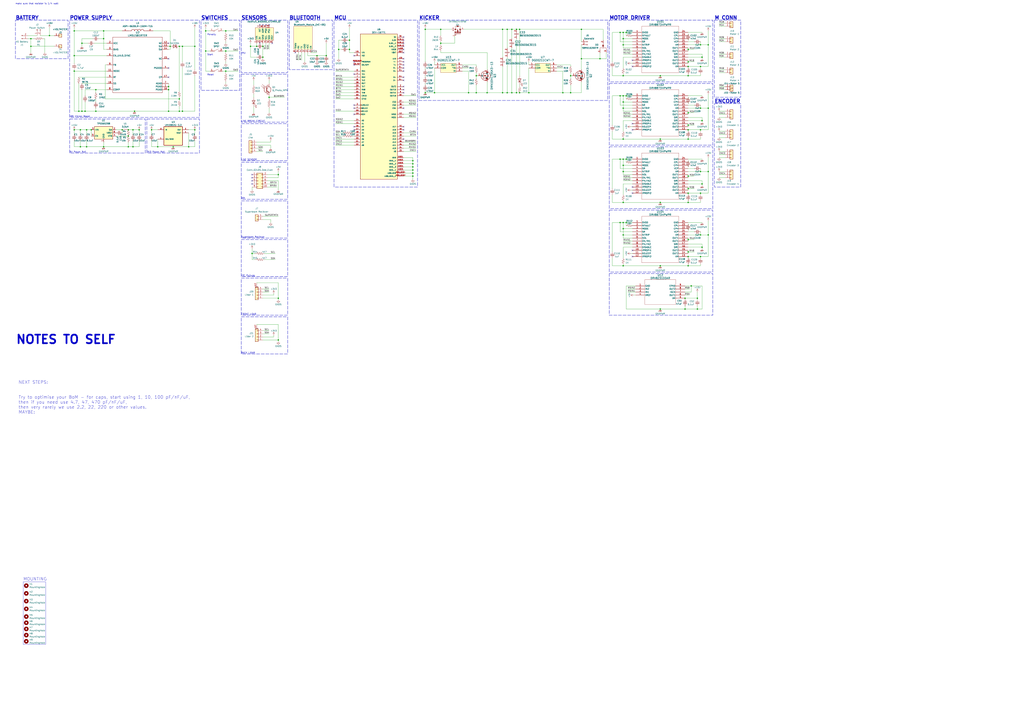
<source format=kicad_sch>
(kicad_sch (version 20230121) (generator eeschema)
  (paper "A1")
  (title_block (title "LINE 3.0 PCB") (date "2023-09-02") (rev "3.0") (company "Team Silverback"))
  (junction (at 60.96 25.4))
  (junction (at 185.42 58.42))
  (junction (at 565.15 62.23))
  (junction (at 565.15 196.85))
  (junction (at 565.15 54.61))
  (junction (at 511.81 88.9))
  (junction (at 154.94 120.65))
  (junction (at 509.27 78.74))
  (junction (at 511.81 182.88))
  (junction (at 69.85 91.44))
  (junction (at 514.35 130.81))
  (junction (at 210.82 38.1))
  (junction (at 511.81 83.82))
  (junction (at 168.91 25.4))
  (junction (at 356.87 76.2))
  (junction (at 420.37 24.13))
  (junction (at 575.31 88.9))
  (junction (at 565.15 50.8))
  (junction (at 511.81 166.37))
  (junction (at 25.4 31.75))
  (junction (at 565.15 154.94))
  (junction (at 581.66 88.9))
  (junction (at 567.69 234.95))
  (junction (at 511.81 130.81))
  (junction (at 420.37 76.2))
  (junction (at 138.43 71.12))
  (junction (at 215.9 46.99))
  (junction (at 66.04 120.65))
  (junction (at 565.15 218.44))
  (junction (at 565.15 158.75))
  (junction (at 149.86 38.1))
  (junction (at 85.09 25.4))
  (junction (at 572.77 245.11))
  (junction (at 215.9 38.1))
  (junction (at 205.74 38.1))
  (junction (at 339.09 132.08))
  (junction (at 339.09 134.62))
  (junction (at 434.34 76.2))
  (junction (at 228.6 245.11))
  (junction (at 575.31 210.82))
  (junction (at 168.91 41.91))
  (junction (at 477.52 24.13))
  (junction (at 572.77 254))
  (junction (at 424.18 24.13))
  (junction (at 287.02 33.02))
  (junction (at 267.97 45.72))
  (junction (at 509.27 182.88))
  (junction (at 511.81 26.67))
  (junction (at 147.32 91.44))
  (junction (at 391.16 62.23))
  (junction (at 147.32 38.1))
  (junction (at 105.41 111.76))
  (junction (at 426.72 24.13))
  (junction (at 424.18 76.2))
  (junction (at 71.12 120.65))
  (junction (at 71.12 106.68))
  (junction (at 142.24 120.65))
  (junction (at 160.02 38.1))
  (junction (at 426.72 76.2))
  (junction (at 565.15 92.71))
  (junction (at 105.41 106.68))
  (junction (at 511.81 135.89))
  (junction (at 576.58 151.13))
  (junction (at 462.28 76.2))
  (junction (at 129.54 120.65))
  (junction (at 412.75 76.2))
  (junction (at 228.6 279.4))
  (junction (at 511.81 62.23))
  (junction (at 542.29 62.23))
  (junction (at 114.3 106.68))
  (junction (at 138.43 73.66))
  (junction (at 542.29 166.37))
  (junction (at 511.81 114.3))
  (junction (at 581.66 36.83))
  (junction (at 207.01 208.28))
  (junction (at 64.77 91.44))
  (junction (at 361.95 24.13))
  (junction (at 565.15 114.3))
  (junction (at 468.63 62.23))
  (junction (at 85.09 31.75))
  (junction (at 349.25 24.13))
  (junction (at 416.56 76.2))
  (junction (at 514.35 78.74))
  (junction (at 60.96 58.42))
  (junction (at 278.13 40.64))
  (junction (at 109.22 120.65))
  (junction (at 542.29 114.3))
  (junction (at 565.15 102.87))
  (junction (at 492.76 48.26))
  (junction (at 511.81 36.83))
  (junction (at 100.33 106.68))
  (junction (at 228.6 143.51))
  (junction (at 575.31 193.04))
  (junction (at 477.52 48.26))
  (junction (at 149.86 91.44))
  (junction (at 542.29 254))
  (junction (at 575.31 36.83))
  (junction (at 542.29 218.44))
  (junction (at 25.4 38.1))
  (junction (at 565.15 166.37))
  (junction (at 576.58 203.2))
  (junction (at 511.81 78.74))
  (junction (at 60.96 106.68))
  (junction (at 565.15 40.64))
  (junction (at 349.25 76.2))
  (junction (at 139.7 38.1))
  (junction (at 575.31 158.75))
  (junction (at 416.56 24.13))
  (junction (at 391.16 76.2))
  (junction (at 514.35 26.67))
  (junction (at 85.09 120.65))
  (junction (at 339.09 144.78))
  (junction (at 562.61 245.11))
  (junction (at 575.31 106.68))
  (junction (at 565.15 144.78))
  (junction (at 185.42 25.4))
  (junction (at 339.09 137.16))
  (junction (at 511.81 218.44))
  (junction (at 147.32 81.28))
  (junction (at 105.41 120.65))
  (junction (at 575.31 140.97))
  (junction (at 339.09 142.24))
  (junction (at 412.75 24.13))
  (junction (at 185.42 41.91))
  (junction (at 78.74 91.44))
  (junction (at 67.31 91.44))
  (junction (at 565.15 210.82))
  (junction (at 67.31 35.56))
  (junction (at 565.15 207.01))
  (junction (at 468.63 76.2))
  (junction (at 509.27 26.67))
  (junction (at 138.43 91.44))
  (junction (at 74.93 106.68))
  (junction (at 287.02 40.64))
  (junction (at 384.81 76.2))
  (junction (at 60.96 45.72))
  (junction (at 66.04 106.68))
  (junction (at 339.09 139.7))
  (junction (at 565.15 106.68))
  (junction (at 220.98 80.01))
  (junction (at 514.35 182.88))
  (junction (at 160.02 106.68))
  (junction (at 78.74 73.66))
  (junction (at 581.66 140.97))
  (junction (at 511.81 193.04))
  (junction (at 361.95 35.56))
  (junction (at 109.22 106.68))
  (junction (at 40.64 29.21))
  (junction (at 576.58 99.06))
  (junction (at 562.61 254))
  (junction (at 400.05 76.2))
  (junction (at 260.35 45.72))
  (junction (at 110.49 91.44))
  (junction (at 124.46 106.68))
  (junction (at 511.81 140.97))
  (junction (at 575.31 54.61))
  (junction (at 511.81 31.75))
  (junction (at 581.66 193.04))
  (junction (at 576.58 46.99))
  (junction (at 511.81 187.96))
  (junction (at 509.27 130.81))
  (no_connect (at 290.83 86.36))
  (no_connect (at 331.47 76.2))
  (no_connect (at 207.01 146.05))
  (no_connect (at 519.43 210.82))
  (no_connect (at 223.52 35.56))
  (no_connect (at 519.43 158.75))
  (no_connect (at 331.47 88.9))
  (no_connect (at 331.47 73.66))
  (no_connect (at 138.43 35.56))
  (no_connect (at 331.47 106.68))
  (no_connect (at 331.47 40.64))
  (no_connect (at 331.47 43.18))
  (no_connect (at 290.83 106.68))
  (no_connect (at 331.47 71.12))
  (no_connect (at 519.43 54.61))
  (no_connect (at 290.83 50.8))
  (no_connect (at 331.47 104.14))
  (no_connect (at 331.47 38.1))
  (no_connect (at 331.47 33.02))
  (no_connect (at 519.43 101.6))
  (no_connect (at 213.36 20.32))
  (no_connect (at 331.47 58.42))
  (no_connect (at 331.47 30.48))
  (no_connect (at 331.47 53.34))
  (no_connect (at 519.43 153.67))
  (no_connect (at 290.83 93.98))
  (no_connect (at 519.43 205.74))
  (no_connect (at 331.47 35.56))
  (no_connect (at 331.47 66.04))
  (no_connect (at 331.47 50.8))
  (no_connect (at 290.83 45.72))
  (no_connect (at 207.01 151.13))
  (no_connect (at 138.43 63.5))
  (no_connect (at 213.36 35.56))
  (no_connect (at 290.83 53.34))
  (no_connect (at 331.47 48.26))
  (no_connect (at 218.44 20.32))
  (no_connect (at 138.43 48.26))
  (no_connect (at 290.83 88.9))
  (no_connect (at 207.01 148.59))
  (no_connect (at 242.57 43.18))
  (no_connect (at 220.98 20.32))
  (no_connect (at 215.9 20.32))
  (no_connect (at 331.47 63.5))
  (no_connect (at 331.47 55.88))
  (no_connect (at 207.01 143.51))
  (no_connect (at 290.83 60.96))
  (no_connect (at 519.43 49.53))
  (no_connect (at 331.47 114.3))
  (no_connect (at 138.43 55.88))
  (no_connect (at 290.83 104.14))
  (no_connect (at 519.43 106.68))
  (wire (pts (xy 215.9 180.34) (xy 222.25 180.34)))
  (wire (pts (xy 69.85 83.82) (xy 69.85 91.44)))
  (wire (pts (xy 565.15 210.82) (xy 575.31 210.82)))
  (wire (pts (xy 412.75 76.2) (xy 400.05 76.2)))
  (wire (pts (xy 509.27 26.67) (xy 509.27 34.29)))
  (wire (pts (xy 426.72 69.85) (xy 426.72 71.12)))
  (wire (pts (xy 60.96 25.4) (xy 85.09 25.4)))
  (wire (pts (xy 511.81 83.82) (xy 511.81 88.9)))
  (wire (pts (xy 565.15 196.85) (xy 565.15 198.12)))
  (wire (pts (xy 590.55 140.97) (xy 595.63 140.97)))
  (wire (pts (xy 565.15 88.9) (xy 575.31 88.9)))
  (wire (pts (xy 519.43 203.2) (xy 511.81 203.2)))
  (wire (pts (xy 565.15 189.23) (xy 565.15 187.96)))
  (wire (pts (xy 69.85 73.66) (xy 69.85 78.74)))
  (wire (pts (xy 565.15 212.09) (xy 565.15 210.82)))
  (wire (pts (xy 228.6 280.67) (xy 228.6 279.4)))
  (wire (pts (xy 220.98 274.32) (xy 215.9 274.32)))
  (wire (pts (xy 511.81 182.88) (xy 511.81 187.96)))
  (wire (pts (xy 562.61 234.95) (xy 567.69 234.95)))
  (wire (pts (xy 511.81 198.12) (xy 519.43 198.12)))
  (wire (pts (xy 160.02 22.86) (xy 160.02 38.1)))
  (wire (pts (xy 207.01 156.21) (xy 207.01 153.67)))
  (wire (pts (xy 566.42 237.49) (xy 562.61 237.49)))
  (wire (pts (xy 565.15 50.8) (xy 565.15 52.07)))
  (wire (pts (xy 22.86 31.75) (xy 25.4 31.75)))
  (wire (pts (xy 250.19 43.18) (xy 250.19 50.8)))
  (wire (pts (xy 565.15 26.67) (xy 576.58 26.67)))
  (wire (pts (xy 220.98 240.03) (xy 215.9 240.03)))
  (wire (pts (xy 220.98 81.28) (xy 220.98 80.01)))
  (wire (pts (xy 511.81 93.98) (xy 519.43 93.98)))
  (wire (pts (xy 502.92 55.88) (xy 502.92 62.23)))
  (wire (pts (xy 222.25 115.57) (xy 222.25 116.84)))
  (wire (pts (xy 400.05 67.31) (xy 400.05 76.2)))
  (wire (pts (xy 469.9 62.23) (xy 468.63 62.23)))
  (wire (pts (xy 477.52 36.83) (xy 477.52 48.26)))
  (wire (pts (xy 511.81 62.23) (xy 542.29 62.23)))
  (wire (pts (xy 509.27 130.81) (xy 511.81 130.81)))
  (wire (pts (xy 138.43 71.12) (xy 138.43 73.66)))
  (wire (pts (xy 40.64 22.86) (xy 40.64 29.21)))
  (wire (pts (xy 349.25 62.23) (xy 349.25 63.5)))
  (wire (pts (xy 109.22 115.57) (xy 109.22 120.65)))
  (wire (pts (xy 205.74 35.56) (xy 205.74 38.1)))
  (wire (pts (xy 154.94 120.65) (xy 160.02 120.65)))
  (wire (pts (xy 595.63 21.59) (xy 590.55 21.59)))
  (wire (pts (xy 416.56 24.13) (xy 420.37 24.13)))
  (wire (pts (xy 215.9 38.1) (xy 215.9 46.99)))
  (wire (pts (xy 381 24.13) (xy 412.75 24.13)))
  (wire (pts (xy 502.92 26.67) (xy 509.27 26.67)))
  (wire (pts (xy 565.15 29.21) (xy 565.15 27.94)))
  (wire (pts (xy 114.3 106.68) (xy 114.3 110.49)))
  (wire (pts (xy 210.82 232.41) (xy 228.6 232.41)))
  (wire (pts (xy 220.98 78.74) (xy 220.98 80.01)))
  (wire (pts (xy 412.75 24.13) (xy 412.75 46.99)))
  (wire (pts (xy 147.32 91.44) (xy 138.43 91.44)))
  (wire (pts (xy 511.81 78.74) (xy 514.35 78.74)))
  (wire (pts (xy 576.58 151.13) (xy 576.58 152.4)))
  (wire (pts (xy 562.61 246.38) (xy 562.61 245.11)))
  (wire (pts (xy 361.95 41.91) (xy 361.95 43.18)))
  (wire (pts (xy 565.15 60.96) (xy 565.15 62.23)))
  (wire (pts (xy 60.96 120.65) (xy 60.96 115.57)))
  (wire (pts (xy 208.28 77.47) (xy 208.28 80.01)))
  (wire (pts (xy 581.66 158.75) (xy 581.66 140.97)))
  (wire (pts (xy 576.58 99.06) (xy 576.58 100.33)))
  (wire (pts (xy 416.56 76.2) (xy 420.37 76.2)))
  (wire (pts (xy 356.87 76.2) (xy 349.25 76.2)))
  (wire (pts (xy 576.58 46.99) (xy 576.58 48.26)))
  (wire (pts (xy 542.29 114.3) (xy 565.15 114.3)))
  (wire (pts (xy 565.15 207.01) (xy 570.23 207.01)))
  (wire (pts (xy 185.42 41.91) (xy 195.58 41.91)))
  (wire (pts (xy 511.81 46.99) (xy 511.81 55.88)))
  (wire (pts (xy 565.15 49.53) (xy 565.15 50.8)))
  (wire (pts (xy 575.31 140.97) (xy 581.66 140.97)))
  (wire (pts (xy 215.9 121.92) (xy 210.82 121.92)))
  (wire (pts (xy 575.31 193.04) (xy 581.66 193.04)))
  (wire (pts (xy 139.7 25.4) (xy 139.7 38.1)))
  (wire (pts (xy 147.32 38.1) (xy 149.86 38.1)))
  (wire (pts (xy 60.96 57.15) (xy 60.96 58.42)))
  (wire (pts (xy 185.42 50.8) (xy 185.42 52.07)))
  (wire (pts (xy 565.15 138.43) (xy 570.23 138.43)))
  (wire (pts (xy 109.22 106.68) (xy 114.3 106.68)))
  (wire (pts (xy 572.77 251.46) (xy 572.77 254)))
  (wire (pts (xy 86.36 81.28) (xy 147.32 81.28)))
  (wire (pts (xy 339.09 132.08) (xy 339.09 134.62)))
  (wire (pts (xy 575.31 55.88) (xy 575.31 54.61)))
  (wire (pts (xy 78.74 81.28) (xy 78.74 83.82)))
  (wire (pts (xy 252.73 45.72) (xy 260.35 45.72)))
  (wire (pts (xy 519.43 140.97) (xy 511.81 140.97)))
  (wire (pts (xy 575.31 106.68) (xy 581.66 106.68)))
  (wire (pts (xy 356.87 55.88) (xy 356.87 76.2)))
  (wire (pts (xy 147.32 87.63) (xy 147.32 91.44)))
  (wire (pts (xy 139.7 38.1) (xy 138.43 38.1)))
  (wire (pts (xy 275.59 68.58) (xy 290.83 68.58)))
  (wire (pts (xy 477.52 24.13) (xy 495.3 24.13)))
  (wire (pts (xy 64.77 63.5) (xy 87.63 63.5)))
  (wire (pts (xy 85.09 40.64) (xy 87.63 40.64)))
  (wire (pts (xy 412.75 54.61) (xy 412.75 76.2)))
  (wire (pts (xy 502.92 182.88) (xy 502.92 207.01)))
  (wire (pts (xy 361.95 35.56) (xy 361.95 36.83)))
  (wire (pts (xy 275.59 109.22) (xy 281.94 109.22)))
  (wire (pts (xy 416.56 24.13) (xy 416.56 39.37)))
  (wire (pts (xy 138.43 68.58) (xy 138.43 71.12)))
  (wire (pts (xy 565.15 190.5) (xy 570.23 190.5)))
  (wire (pts (xy 565.15 36.83) (xy 575.31 36.83)))
  (wire (pts (xy 331.47 116.84) (xy 341.63 116.84)))
  (wire (pts (xy 361.95 43.18) (xy 400.05 43.18)))
  (wire (pts (xy 590.55 93.98) (xy 595.63 93.98)))
  (wire (pts (xy 565.15 85.09) (xy 565.15 83.82)))
  (wire (pts (xy 245.11 43.18) (xy 245.11 49.53)))
  (wire (pts (xy 565.15 34.29) (xy 570.23 34.29)))
  (wire (pts (xy 209.55 208.28) (xy 207.01 208.28)))
  (wire (pts (xy 590.55 124.46) (xy 595.63 124.46)))
  (wire (pts (xy 285.75 33.02) (xy 287.02 33.02)))
  (wire (pts (xy 331.47 129.54) (xy 339.09 129.54)))
  (wire (pts (xy 228.6 146.05) (xy 228.6 143.51)))
  (wire (pts (xy 572.77 254) (xy 576.58 254)))
  (wire (pts (xy 71.12 115.57) (xy 71.12 120.65)))
  (wire (pts (xy 420.37 76.2) (xy 424.18 76.2)))
  (wire (pts (xy 542.29 166.37) (xy 565.15 166.37)))
  (wire (pts (xy 36.83 31.75) (xy 36.83 43.18)))
  (wire (pts (xy 575.31 86.36) (xy 575.31 88.9)))
  (wire (pts (xy 160.02 91.44) (xy 149.86 91.44)))
  (wire (pts (xy 595.63 57.15) (xy 590.55 57.15)))
  (wire (pts (xy 590.55 91.44) (xy 595.63 91.44)))
  (wire (pts (xy 95.25 111.76) (xy 105.41 111.76)))
  (wire (pts (xy 219.71 143.51) (xy 228.6 143.51)))
  (wire (pts (xy 154.94 106.68) (xy 160.02 106.68)))
  (wire (pts (xy 590.55 107.95) (xy 595.63 107.95)))
  (wire (pts (xy 227.33 153.67) (xy 219.71 153.67)))
  (wire (pts (xy 511.81 114.3) (xy 542.29 114.3)))
  (wire (pts (xy 260.35 45.72) (xy 267.97 45.72)))
  (wire (pts (xy 565.15 185.42) (xy 565.15 184.15)))
  (wire (pts (xy 502.92 218.44) (xy 511.81 218.44)))
  (wire (pts (xy 275.59 81.28) (xy 290.83 81.28)))
  (wire (pts (xy 575.31 160.02) (xy 575.31 158.75)))
  (wire (pts (xy 514.35 130.81) (xy 514.35 133.35)))
  (wire (pts (xy 590.55 96.52) (xy 595.63 96.52)))
  (wire (pts (xy 129.54 114.3) (xy 129.54 120.65)))
  (wire (pts (xy 511.81 146.05) (xy 519.43 146.05)))
  (wire (pts (xy 590.55 127) (xy 595.63 127)))
  (wire (pts (xy 576.58 96.52) (xy 576.58 99.06)))
  (wire (pts (xy 147.32 81.28) (xy 147.32 82.55)))
  (wire (pts (xy 519.43 143.51) (xy 511.81 143.51)))
  (wire (pts (xy 275.59 58.42) (xy 290.83 58.42)))
  (wire (pts (xy 420.37 39.37) (xy 420.37 76.2)))
  (wire (pts (xy 514.35 78.74) (xy 514.35 81.28)))
  (wire (pts (xy 575.31 114.3) (xy 575.31 113.03)))
  (wire (pts (xy 124.46 120.65) (xy 124.46 115.57)))
  (wire (pts (xy 247.65 43.18) (xy 247.65 49.53)))
  (wire (pts (xy 339.09 137.16) (xy 339.09 139.7)))
  (wire (pts (xy 228.6 246.38) (xy 228.6 245.11)))
  (wire (pts (xy 511.81 130.81) (xy 511.81 135.89)))
  (wire (pts (xy 519.43 193.04) (xy 511.81 193.04)))
  (wire (pts (xy 502.92 107.95) (xy 502.92 114.3)))
  (wire (pts (xy 66.04 106.68) (xy 71.12 106.68)))
  (wire (pts (xy 67.31 38.1) (xy 67.31 35.56)))
  (wire (pts (xy 511.81 96.52) (xy 519.43 96.52)))
  (wire (pts (xy 138.43 73.66) (xy 138.43 91.44)))
  (wire (pts (xy 105.41 120.65) (xy 109.22 120.65)))
  (wire (pts (xy 565.15 205.74) (xy 565.15 207.01)))
  (wire (pts (xy 220.98 66.04) (xy 220.98 68.58)))
  (wire (pts (xy 519.43 91.44) (xy 511.81 91.44)))
  (wire (pts (xy 565.15 203.2) (xy 576.58 203.2)))
  (wire (pts (xy 575.31 218.44) (xy 575.31 217.17)))
  (wire (pts (xy 424.18 76.2) (xy 426.72 76.2)))
  (wire (pts (xy 220.98 80.01) (xy 233.68 80.01)))
  (wire (pts (xy 349.25 24.13) (xy 349.25 50.8)))
  (wire (pts (xy 565.15 165.1) (xy 565.15 166.37)))
  (wire (pts (xy 519.43 31.75) (xy 511.81 31.75)))
  (wire (pts (xy 590.55 143.51) (xy 595.63 143.51)))
  (wire (pts (xy 215.9 276.86) (xy 224.79 276.86)))
  (wire (pts (xy 511.81 195.58) (xy 511.81 193.04)))
  (wire (pts (xy 565.15 114.3) (xy 575.31 114.3)))
  (wire (pts (xy 290.83 119.38) (xy 275.59 119.38)))
  (wire (pts (xy 576.58 203.2) (xy 576.58 204.47)))
  (wire (pts (xy 575.31 107.95) (xy 575.31 106.68)))
  (wire (pts (xy 138.43 91.44) (xy 110.49 91.44)))
  (wire (pts (xy 391.16 59.69) (xy 391.16 62.23)))
  (wire (pts (xy 511.81 114.3) (xy 511.81 113.03)))
  (wire (pts (xy 595.63 73.66) (xy 590.55 73.66)))
  (wire (pts (xy 514.35 26.67) (xy 519.43 26.67)))
  (wire (pts (xy 331.47 78.74) (xy 341.63 78.74)))
  (wire (pts (xy 565.15 218.44) (xy 575.31 218.44)))
  (wire (pts (xy 391.16 53.34) (xy 391.16 54.61)))
  (wire (pts (xy 511.81 203.2) (xy 511.81 212.09)))
  (wire (pts (xy 514.35 182.88) (xy 514.35 185.42)))
  (wire (pts (xy 331.47 137.16) (xy 339.09 137.16)))
  (wire (pts (xy 511.81 187.96) (xy 511.81 193.04)))
  (wire (pts (xy 502.92 130.81) (xy 509.27 130.81)))
  (wire (pts (xy 228.6 148.59) (xy 219.71 148.59)))
  (wire (pts (xy 565.15 182.88) (xy 576.58 182.88)))
  (wire (pts (xy 502.92 78.74) (xy 502.92 102.87)))
  (wire (pts (xy 331.47 139.7) (xy 339.09 139.7)))
  (wire (pts (xy 575.31 34.29) (xy 575.31 36.83)))
  (wire (pts (xy 185.42 58.42) (xy 195.58 58.42)))
  (wire (pts (xy 72.39 35.56) (xy 67.31 35.56)))
  (wire (pts (xy 511.81 91.44) (xy 511.81 88.9)))
  (wire (pts (xy 502.92 26.67) (xy 502.92 50.8)))
  (wire (pts (xy 565.15 137.16) (xy 565.15 135.89)))
  (wire (pts (xy 595.63 71.12) (xy 590.55 71.12)))
  (wire (pts (xy 565.15 92.71) (xy 570.23 92.71)))
  (wire (pts (xy 492.76 43.434) (xy 492.76 48.26)))
  (wire (pts (xy 520.7 242.57) (xy 521.97 242.57)))
  (wire (pts (xy 220.98 40.64) (xy 220.98 35.56)))
  (wire (pts (xy 468.63 64.77) (xy 468.63 62.23)))
  (wire (pts (xy 581.66 129.54) (xy 581.66 140.97)))
  (wire (pts (xy 168.91 41.91) (xy 172.72 41.91)))
  (wire (pts (xy 275.59 114.3) (xy 290.83 114.3)))
  (wire (pts (xy 575.31 212.09) (xy 575.31 210.82)))
  (wire (pts (xy 275.59 63.5) (xy 290.83 63.5)))
  (wire (pts (xy 33.02 29.21) (xy 40.64 29.21)))
  (wire (pts (xy 339.09 134.62) (xy 339.09 137.16)))
  (wire (pts (xy 519.43 99.06) (xy 511.81 99.06)))
  (wire (pts (xy 71.12 120.65) (xy 85.09 120.65)))
  (wire (pts (xy 595.63 59.69) (xy 590.55 59.69)))
  (wire (pts (xy 519.43 195.58) (xy 511.81 195.58)))
  (wire (pts (xy 339.09 142.24) (xy 339.09 144.78)))
  (wire (pts (xy 100.33 109.22) (xy 100.33 106.68)))
  (wire (pts (xy 160.02 62.23) (xy 160.02 91.44)))
  (wire (pts (xy 514.35 182.88) (xy 519.43 182.88)))
  (wire (pts (xy 275.59 73.66) (xy 290.83 73.66)))
  (wire (pts (xy 67.31 31.75) (xy 67.31 35.56)))
  (wire (pts (xy 515.62 237.49) (xy 521.97 237.49)))
  (wire (pts (xy 205.74 46.99) (xy 205.74 38.1)))
  (wire (pts (xy 511.81 39.37) (xy 511.81 36.83)))
  (wire (pts (xy 509.27 138.43) (xy 519.43 138.43)))
  (wire (pts (xy 509.27 130.81) (xy 509.27 138.43)))
  (wire (pts (xy 457.2 53.34) (xy 468.63 53.34)))
  (wire (pts (xy 595.63 46.99) (xy 590.55 46.99)))
  (wire (pts (xy 222.25 119.38) (xy 210.82 119.38)))
  (wire (pts (xy 373.38 35.56) (xy 361.95 35.56)))
  (wire (pts (xy 562.61 254) (xy 572.77 254)))
  (wire (pts (xy 562.61 240.03) (xy 567.69 240.03)))
  (wire (pts (xy 331.47 142.24) (xy 339.09 142.24)))
  (wire (pts (xy 477.52 76.2) (xy 468.63 76.2)))
  (wire (pts (xy 519.43 135.89) (xy 511.81 135.89)))
  (wire (pts (xy 40.64 29.21) (xy 44.45 29.21)))
  (wire (pts (xy 565.15 78.74) (xy 576.58 78.74)))
  (wire (pts (xy 124.46 120.65) (xy 129.54 120.65)))
  (wire (pts (xy 331.47 93.98) (xy 341.63 93.98)))
  (wire (pts (xy 509.27 190.5) (xy 519.43 190.5)))
  (wire (pts (xy 565.15 151.13) (xy 576.58 151.13)))
  (wire (pts (xy 60.96 91.44) (xy 64.77 91.44)))
  (wire (pts (xy 64.77 91.44) (xy 67.31 91.44)))
  (wire (pts (xy 77.47 35.56) (xy 87.63 35.56)))
  (wire (pts (xy 511.81 200.66) (xy 519.43 200.66)))
  (wire (pts (xy 511.81 41.91) (xy 519.43 41.91)))
  (wire (pts (xy 502.92 78.74) (xy 509.27 78.74)))
  (wire (pts (xy 384.81 58.42) (xy 384.81 76.2)))
  (wire (pts (xy 514.35 234.95) (xy 514.35 254)))
  (wire (pts (xy 255.27 43.18) (xy 260.35 43.18)))
  (wire (pts (xy 416.56 46.99) (xy 416.56 76.2)))
  (wire (pts (xy 149.86 38.1) (xy 160.02 38.1)))
  (wire (pts (xy 275.59 101.6) (xy 290.83 101.6)))
  (wire (pts (xy 331.47 119.38) (xy 341.63 119.38)))
  (wire (pts (xy 511.81 99.06) (xy 511.81 107.95)))
  (wire (pts (xy 66.04 115.57) (xy 66.04 120.65)))
  (wire (pts (xy 109.22 106.68) (xy 109.22 110.49)))
  (wire (pts (xy 426.72 24.13) (xy 477.52 24.13)))
  (wire (pts (xy 511.81 218.44) (xy 511.81 217.17)))
  (wire (pts (xy 339.09 129.54) (xy 339.09 132.08)))
  (wire (pts (xy 60.96 58.42) (xy 60.96 91.44)))
  (wire (pts (xy 416.56 76.2) (xy 412.75 76.2)))
  (wire (pts (xy 519.43 104.14) (xy 518.16 104.14)))
  (wire (pts (xy 565.15 207.01) (xy 565.15 208.28)))
  (wire (pts (xy 129.54 120.65) (xy 142.24 120.65)))
  (wire (pts (xy 66.04 110.49) (xy 66.04 106.68)))
  (wire (pts (xy 182.88 58.42) (xy 185.42 58.42)))
  (wire (pts (xy 565.15 140.97) (xy 575.31 140.97)))
  (wire (pts (xy 349.25 74.93) (xy 349.25 76.2)))
  (wire (pts (xy 502.92 166.37) (xy 511.81 166.37)))
  (wire (pts (xy 575.31 210.82) (xy 581.66 210.82)))
  (wire (pts (xy 185.42 43.18) (xy 185.42 41.91)))
  (wire (pts (xy 66.04 106.68) (xy 60.96 106.68)))
  (wire (pts (xy 139.7 40.64) (xy 139.7 38.1)))
  (wire (pts (xy 60.96 110.49) (xy 60.96 106.68)))
  (wire (pts (xy 509.27 78.74) (xy 509.27 86.36)))
  (wire (pts (xy 590.55 146.05) (xy 595.63 146.05)))
  (wire (pts (xy 572.77 246.38) (xy 572.77 245.11)))
  (wire (pts (xy 565.15 33.02) (xy 565.15 31.75)))
  (wire (pts (xy 210.82 38.1) (xy 205.74 38.1)))
  (wire (pts (xy 289.56 111.76) (xy 290.83 111.76)))
  (wire (pts (xy 287.02 33.02) (xy 287.02 40.64)))
  (wire (pts (xy 426.72 24.13) (xy 426.72 62.23)))
  (wire (pts (xy 349.25 24.13) (xy 361.95 24.13)))
  (wire (pts (xy 85.09 120.65) (xy 85.09 116.84)))
  (wire (pts (xy 511.81 166.37) (xy 511.81 165.1)))
  (wire (pts (xy 468.63 69.85) (xy 468.63 76.2)))
  (wire (pts (xy 565.15 46.99) (xy 576.58 46.99)))
  (wire (pts (xy 509.27 78.74) (xy 511.81 78.74)))
  (wire (pts (xy 519.43 46.99) (xy 511.81 46.99)))
  (wire (pts (xy 78.74 73.66) (xy 87.63 73.66)))
  (wire (pts (xy 25.4 38.1) (xy 44.45 38.1)))
  (wire (pts (xy 138.43 40.64) (xy 139.7 40.64)))
  (wire (pts (xy 519.43 36.83) (xy 511.81 36.83)))
  (wire (pts (xy 67.31 91.44) (xy 69.85 91.44)))
  (wire (pts (xy 562.61 251.46) (xy 562.61 254)))
  (wire (pts (xy 125.73 25.4) (xy 139.7 25.4)))
  (wire (pts (xy 565.15 217.17) (xy 565.15 218.44)))
  (wire (pts (xy 565.15 102.87) (xy 570.23 102.87)))
  (wire (pts (xy 280.67 40.64) (xy 278.13 40.64)))
  (wire (pts (xy 575.31 36.83) (xy 581.66 36.83)))
  (wire (pts (xy 565.15 200.66) (xy 576.58 200.66)))
  (wire (pts (xy 426.72 76.2) (xy 434.34 76.2)))
  (wire (pts (xy 379.73 55.88) (xy 384.81 55.88)))
  (wire (pts (xy 572.77 240.03) (xy 572.77 245.11)))
  (wire (pts (xy 287.02 40.64) (xy 287.02 43.18)))
  (wire (pts (xy 215.9 242.57) (xy 224.79 242.57)))
  (wire (pts (xy 71.12 106.68) (xy 74.93 106.68)))
  (wire (pts (xy 331.47 109.22) (xy 341.63 109.22)))
  (wire (pts (xy 477.52 48.26) (xy 492.76 48.26)))
  (wire (pts (xy 434.34 55.88) (xy 434.34 76.2)))
  (wire (pts (xy 208.28 87.63) (xy 208.28 92.71)))
  (wire (pts (xy 349.25 24.13) (xy 349.25 22.86)))
  (wire (pts (xy 78.74 76.2) (xy 78.74 73.66)))
  (wire (pts (xy 514.35 26.67) (xy 514.35 29.21)))
  (wire (pts (xy 74.93 111.76) (xy 74.93 106.68)))
  (wire (pts (xy 379.73 58.42) (xy 384.81 58.42)))
  (wire (pts (xy 331.47 121.92) (xy 341.63 121.92)))
  (wire (pts (xy 207.01 208.28) (xy 207.01 213.36)))
  (wire (pts (xy 278.13 40.64) (xy 278.13 48.26)))
  (wire (pts (xy 392.43 62.23) (xy 391.16 62.23)))
  (wire (pts (xy 160.02 38.1) (xy 160.02 57.15)))
  (wire (pts (xy 22.86 29.21) (xy 30.48 29.21)))
  (wire (pts (xy 160.02 106.68) (xy 160.02 110.49)))
  (wire (pts (xy 502.92 212.09) (xy 502.92 218.44)))
  (wire (pts (xy 565.15 86.36) (xy 570.23 86.36)))
  (wire (pts (xy 361.95 29.21) (xy 361.95 24.13)))
  (wire (pts (xy 567.69 234.95) (xy 576.58 234.95)))
  (wire (pts (xy 78.74 88.9) (xy 78.74 91.44)))
  (wire (pts (xy 149.86 38.1) (xy 149.86 50.8)))
  (wire (pts (xy 149.86 91.44) (xy 147.32 91.44)))
  (wire (pts (xy 502.92 62.23) (xy 511.81 62.23)))
  (wire (pts (xy 85.09 25.4) (xy 100.33 25.4)))
  (wire (pts (xy 509.27 182.88) (xy 509.27 190.5)))
  (wire (pts (xy 71.12 110.49) (xy 71.12 106.68)))
  (wire (pts (xy 87.63 53.34) (xy 86.36 53.34)))
  (wire (pts (xy 581.66 181.61) (xy 581.66 193.04)))
  (wire (pts (xy 434.34 76.2) (xy 462.28 76.2)))
  (wire (pts (xy 168.91 58.42) (xy 168.91 41.91)))
  (wire (pts (xy 356.87 50.8) (xy 356.87 53.34)))
  (wire (pts (xy 542.29 218.44) (xy 565.15 218.44)))
  (wire (pts (xy 514.35 130.81) (xy 519.43 130.81)))
  (wire (pts (xy 565.15 92.71) (xy 565.15 93.98)))
  (wire (pts (xy 275.59 111.76) (xy 281.94 111.76)))
  (wire (pts (xy 542.29 254) (xy 562.61 254)))
  (wire (pts (xy 595.63 34.29) (xy 590.55 34.29)))
  (wire (pts (xy 185.42 59.69) (xy 185.42 58.42)))
  (wire (pts (xy 565.15 133.35) (xy 565.15 132.08)))
  (wire (pts (xy 565.15 99.06) (xy 576.58 99.06)))
  (wire (pts (xy 349.25 55.88) (xy 349.25 57.15)))
  (wire (pts (xy 331.47 144.78) (xy 339.09 144.78)))
  (wire (pts (xy 590.55 129.54) (xy 595.63 129.54)))
  (wire (pts (xy 86.36 53.34) (xy 86.36 81.28)))
  (wire (pts (xy 172.72 58.42) (xy 168.91 58.42)))
  (wire (pts (xy 69.85 91.44) (xy 78.74 91.44)))
  (wire (pts (xy 25.4 38.1) (xy 25.4 43.18)))
  (wire (pts (xy 575.31 190.5) (xy 575.31 193.04)))
  (wire (pts (xy 215.9 245.11) (xy 228.6 245.11)))
  (wire (pts (xy 339.09 144.78) (xy 339.09 147.32)))
  (wire (pts (xy 519.43 187.96) (xy 511.81 187.96)))
  (wire (pts (xy 511.81 166.37) (xy 542.29 166.37)))
  (wire (pts (xy 114.3 115.57) (xy 114.3 120.65)))
  (wire (pts (xy 228.6 232.41) (xy 228.6 245.11)))
  (wire (pts (xy 457.2 58.42) (xy 462.28 58.42)))
  (wire (pts (xy 412.75 24.13) (xy 416.56 24.13)))
  (wire (pts (xy 434.34 50.8) (xy 434.34 53.34)))
  (wire (pts (xy 575.31 138.43) (xy 575.31 140.97)))
  (wire (pts (xy 457.2 55.88) (xy 462.28 55.88)))
  (wire (pts (xy 210.82 116.84) (xy 222.25 116.84)))
  (wire (pts (xy 565.15 62.23) (xy 575.31 62.23)))
  (wire (pts (xy 565.15 148.59) (xy 576.58 148.59)))
  (wire (pts (xy 185.42 34.29) (xy 185.42 35.56)))
  (wire (pts (xy 511.81 151.13) (xy 511.81 160.02)))
  (wire (pts (xy 384.81 76.2) (xy 356.87 76.2)))
  (wire (pts (xy 502.92 182.88) (xy 509.27 182.88)))
  (wire (pts (xy 60.96 45.72) (xy 60.96 52.07)))
  (wire (pts (xy 575.31 62.23) (xy 575.31 60.96)))
  (wire (pts (xy 95.25 106.68) (xy 100.33 106.68)))
  (wire (pts (xy 207.01 204.47) (xy 207.01 208.28)))
  (wire (pts (xy 252.73 43.18) (xy 252.73 45.72)))
  (wire (pts (xy 361.95 34.29) (xy 361.95 35.56)))
  (wire (pts (xy 160.02 120.65) (xy 160.02 115.57)))
  (wire (pts (xy 331.47 124.46) (xy 341.63 124.46)))
  (wire (pts (xy 341.63 111.76) (xy 331.47 111.76)))
  (wire (pts (xy 227.33 151.13) (xy 219.71 151.13)))
  (wire (pts (xy 66.04 120.65) (xy 71.12 120.65)))
  (wire (pts (xy 509.27 34.29) (xy 519.43 34.29)))
  (wire (pts (xy 566.42 242.57) (xy 562.61 242.57)))
  (wire (pts (xy 222.25 180.34) (xy 222.25 182.88)))
  (wire (pts (xy 361.95 24.13) (xy 370.84 24.13)))
  (wire (pts (xy 468.63 53.34) (xy 468.63 54.61)))
  (wire (pts (xy 502.92 114.3) (xy 511.81 114.3)))
  (wire (pts (xy 267.97 45.72) (xy 267.97 35.56)))
  (wire (pts (xy 424.18 31.75) (xy 424.18 76.2)))
  (wire (pts (xy 373.38 29.21) (xy 373.38 35.56)))
  (wire (pts (xy 275.59 78.74) (xy 290.83 78.74)))
  (wire (pts (xy 287.02 22.86) (xy 287.02 33.02)))
  (wire (pts (xy 220.98 271.78) (xy 215.9 271.78)))
  (wire (pts (xy 215.9 279.4) (xy 228.6 279.4)))
  (wire (pts (xy 275.59 116.84) (xy 290.83 116.84)))
  (wire (pts (xy 565.15 50.8) (xy 570.23 50.8)))
  (wire (pts (xy 290.83 43.18) (xy 287.02 43.18)))
  (wire (pts (xy 424.18 24.13) (xy 426.72 24.13)))
  (wire (pts (xy 565.15 91.44) (xy 565.15 92.71)))
  (wire (pts (xy 521.97 234.95) (xy 514.35 234.95)))
  (wire (pts (xy 341.63 83.82) (xy 331.47 83.82)))
  (wire (pts (xy 565.15 107.95) (xy 565.15 106.68)))
  (wire (pts (xy 217.17 213.36) (xy 226.06 213.36)))
  (wire (pts (xy 581.66 54.61) (xy 581.66 36.83)))
  (wire (pts (xy 519.43 83.82) (xy 511.81 83.82)))
  (wire (pts (xy 565.15 40.64) (xy 570.23 40.64)))
  (wire (pts (xy 515.62 240.03) (xy 521.97 240.03)))
  (wire (pts (xy 565.15 195.58) (xy 565.15 196.85)))
  (wire (pts (xy 105.41 120.65) (xy 105.41 116.84)))
  (wire (pts (xy 565.15 166.37) (xy 575.31 166.37)))
  (wire (pts (xy 215.9 124.46) (xy 210.82 124.46)))
  (wire (pts (xy 565.15 96.52) (xy 576.58 96.52)))
  (wire (pts (xy 477.52 24.13) (xy 477.52 34.29)))
  (wire (pts (xy 85.09 31.75) (xy 85.09 40.64)))
  (wire (pts (xy 275.59 66.04) (xy 290.83 66.04)))
  (wire (pts (xy 25.4 31.75) (xy 25.4 38.1)))
  (wire (pts (xy 581.66 25.4) (xy 581.66 36.83)))
  (wire (pts (xy 69.85 73.66) (xy 78.74 73.66)))
  (wire (pts (xy 275.59 76.2) (xy 290.83 76.2)))
  (wire (pts (xy 218.44 40.64) (xy 218.44 35.56)))
  (wire (pts (xy 67.31 31.75) (xy 76.2 31.75)))
  (wire (pts (xy 210.82 266.7) (xy 228.6 266.7)))
  (wire (pts (xy 595.63 19.05) (xy 590.55 19.05)))
  (wire (pts (xy 331.47 96.52) (xy 341.63 96.52)))
  (wire (pts (xy 565.15 158.75) (xy 575.31 158.75)))
  (wire (pts (xy 581.66 77.47) (xy 581.66 88.9)))
  (wire (pts (xy 210.82 46.99) (xy 205.74 46.99)))
  (wire (pts (xy 468.63 59.69) (xy 468.63 62.23)))
  (wire (pts (xy 565.15 144.78) (xy 565.15 146.05)))
  (wire (pts (xy 519.43 156.21) (xy 518.16 156.21)))
  (wire (pts (xy 60.96 45.72) (xy 60.96 25.4)))
  (wire (pts (xy 511.81 130.81) (xy 514.35 130.81)))
  (wire (pts (xy 275.59 91.44) (xy 290.83 91.44)))
  (wire (pts (xy 219.71 146.05) (xy 228.6 146.05)))
  (wire (pts (xy 349.25 68.58) (xy 349.25 69.85)))
  (wire (pts (xy 567.69 240.03) (xy 567.69 234.95)))
  (wire (pts (xy 391.16 69.85) (xy 391.16 76.2)))
  (wire (pts (xy 565.15 39.37) (xy 565.15 40.64)))
  (wire (pts (xy 511.81 44.45) (xy 519.43 44.45)))
  (wire (pts (xy 511.81 148.59) (xy 519.43 148.59)))
  (wire (pts (xy 565.15 55.88) (xy 565.15 54.61)))
  (wire (pts (xy 576.58 234.95) (xy 576.58 254)))
  (wire (pts (xy 576.58 200.66) (xy 576.58 203.2)))
  (wire (pts (xy 462.28 58.42) (xy 462.28 76.2)))
  (wire (pts (xy 224.79 276.86) (xy 224.79 275.59)))
  (wire (pts (xy 78.74 91.44) (xy 110.49 91.44)))
  (wire (pts (xy 185.42 25.4) (xy 195.58 25.4)))
  (wire (pts (xy 147.32 38.1) (xy 147.32 74.93)))
  (wire (pts (xy 114.3 120.65) (xy 109.22 120.65)))
  (wire (pts (xy 462.28 76.2) (xy 468.63 76.2)))
  (wire (pts (xy 275.59 99.06) (xy 290.83 99.06)))
  (wire (pts (xy 565.15 143.51) (xy 565.15 144.78)))
  (wire (pts (xy 185.42 67.31) (xy 185.42 68.58)))
  (wire (pts (xy 565.15 193.04) (xy 575.31 193.04)))
  (wire (pts (xy 185.42 26.67) (xy 185.42 25.4)))
  (wire (pts (xy 420.37 31.75) (xy 420.37 24.13)))
  (wire (pts (xy 514.35 78.74) (xy 519.43 78.74)))
  (wire (pts (xy 595.63 31.75) (xy 590.55 31.75)))
  (wire (pts (xy 565.15 54.61) (xy 575.31 54.61)))
  (wire (pts (xy 575.31 54.61) (xy 581.66 54.61)))
  (wire (pts (xy 224.79 242.57) (xy 224.79 241.3)))
  (wire (pts (xy 497.84 43.18) (xy 497.84 48.26)))
  (wire (pts (xy 565.15 160.02) (xy 565.15 158.75)))
  (wire (pts (xy 67.31 68.58) (xy 87.63 68.58)))
  (wire (pts (xy 575.31 158.75) (xy 581.66 158.75)))
  (wire (pts (xy 154.94 109.22) (xy 154.94 120.65)))
  (wire (pts (xy 509.27 26.67) (xy 511.81 26.67)))
  (wire (pts (xy 581.66 106.68) (xy 581.66 88.9)))
  (wire (pts (xy 511.81 182.88) (xy 514.35 182.88)))
  (wire (pts (xy 341.63 86.36) (xy 331.47 86.36)))
  (wire (pts (xy 331.47 134.62) (xy 339.09 134.62)))
  (wire (pts (xy 562.61 245.11) (xy 572.77 245.11)))
  (wire (pts (xy 400.05 76.2) (xy 391.16 76.2)))
  (wire (pts (xy 331.47 132.08) (xy 339.09 132.08)))
  (wire (pts (xy 509.27 86.36) (xy 519.43 86.36)))
  (wire (pts (xy 85.09 120.65) (xy 105.41 120.65)))
  (wire (pts (xy 519.43 208.28) (xy 518.16 208.28)))
  (wire (pts (xy 210.82 35.56) (xy 210.82 38.1)))
  (wire (pts (xy 228.6 140.97) (xy 228.6 143.51)))
  (wire (pts (xy 511.81 218.44) (xy 542.29 218.44)))
  (wire (pts (xy 509.27 182.88) (xy 511.81 182.88)))
  (wire (pts (xy 215.9 35.56) (xy 215.9 38.1)))
  (wire (pts (xy 565.15 154.94) (xy 565.15 156.21)))
  (wire (pts (xy 495.3 24.13) (xy 495.3 33.02)))
  (wire (pts (xy 511.81 135.89) (xy 511.81 140.97)))
  (wire (pts (xy 511.81 143.51) (xy 511.81 140.97)))
  (wire (pts (xy 391.16 76.2) (xy 384.81 76.2)))
  (wire (pts (xy 519.43 39.37) (xy 511.81 39.37)))
  (wire (pts (xy 511.81 78.74) (xy 511.81 83.82)))
  (wire (pts (xy 565.15 196.85) (xy 570.23 196.85)))
  (wire (pts (xy 590.55 113.03) (xy 595.63 113.03)))
  (wire (pts (xy 565.15 130.81) (xy 576.58 130.81)))
  (wire (pts (xy 502.92 130.81) (xy 502.92 154.94)))
  (wire (pts (xy 25.4 31.75) (xy 27.94 31.75)))
  (wire (pts (xy 379.73 53.34) (xy 391.16 53.34)))
  (wire (pts (xy 565.15 153.67) (xy 565.15 154.94)))
  (wire (pts (xy 542.29 62.23) (xy 565.15 62.23)))
  (wire (pts (xy 168.91 25.4) (xy 172.72 25.4)))
  (wire (pts (xy 67.31 73.66) (xy 67.31 91.44)))
  (wire (pts (xy 208.28 66.04) (xy 208.28 69.85)))
  (wire (pts (xy 207.01 213.36) (xy 209.55 213.36)))
  (wire (pts (xy 81.28 31.75) (xy 85.09 31.75)))
  (wire (pts (xy 511.81 31.75) (xy 511.81 36.83)))
  (wire (pts (xy 575.31 88.9) (xy 581.66 88.9)))
  (wire (pts (xy 519.43 151.13) (xy 511.81 151.13)))
  (wire (pts (xy 182.88 41.91) (xy 185.42 41.91)))
  (wire (pts (xy 87.63 45.72) (xy 60.96 45.72)))
  (wire (pts (xy 514.35 254) (xy 542.29 254)))
  (wire (pts (xy 511.81 26.67) (xy 514.35 26.67)))
  (wire (pts (xy 502.92 160.02) (xy 502.92 166.37)))
  (wire (pts (xy 168.91 25.4) (xy 168.91 22.86)))
  (wire (pts (xy 85.09 25.4) (xy 85.09 31.75)))
  (wire (pts (xy 511.81 26.67) (xy 511.81 31.75)))
  (wire (pts (xy 565.15 154.94) (xy 570.23 154.94)))
  (wire (pts (xy 222.25 121.92) (xy 222.25 119.38)))
  (wire (pts (xy 565.15 40.64) (xy 565.15 41.91)))
  (wire (pts (xy 142.24 120.65) (xy 154.94 120.65)))
  (wire (pts (xy 280.67 33.02) (xy 278.13 33.02)))
  (wire (pts (xy 60.96 22.86) (xy 60.96 25.4)))
  (wire (pts (xy 581.66 210.82) (xy 581.66 193.04)))
  (wire (pts (xy 129.54 106.68) (xy 124.46 106.68)))
  (wire (pts (xy 220.98 88.9) (xy 220.98 92.71)))
  (wire (pts (xy 519.43 88.9) (xy 511.81 88.9)))
  (wire (pts (xy 215.9 46.99) (xy 215.9 48.26)))
  (wire (pts (xy 590.55 110.49) (xy 595.63 110.49)))
  (wire (pts (xy 147.32 80.01) (xy 147.32 81.28)))
  (wire (pts (xy 565.15 101.6) (xy 565.15 102.87)))
  (wire (pts (xy 576.58 44.45) (xy 576.58 46.99)))
  (wire (pts (xy 149.86 55.88) (xy 149.86 91.44)))
  (wire (pts (xy 289.56 109.22) (xy 290.83 109.22)))
  (wire (pts (xy 217.17 208.28) (xy 226.06 208.28)))
  (wire (pts (xy 285.75 40.64) (xy 287.02 40.64)))
  (wire (pts (xy 565.15 81.28) (xy 565.15 80.01)))
  (wire (pts (xy 477.52 67.31) (xy 477.52 76.2)))
  (wire (pts (xy 275.59 71.12) (xy 290.83 71.12)))
  (wire (pts (xy 220.98 237.49) (xy 215.9 237.49)))
  (wire (pts (xy 36.83 31.75) (xy 35.56 31.75)))
  (wire (pts (xy 60.96 58.42) (xy 87.63 58.42)))
  (wire (pts (xy 511.81 62.23) (xy 511.81 60.96)))
  (wire (pts (xy 575.31 166.37) (xy 575.31 165.1)))
  (wire (pts (xy 519.43 52.07) (xy 518.16 52.07)))
  (wire (pts (xy 168.91 41.91) (xy 168.91 25.4)))
  (wire (pts (xy 420.37 24.13) (xy 424.18 24.13)))
  (wire (pts (xy 565.15 106.68) (xy 575.31 106.68)))
  (wire (pts (xy 105.41 106.68) (xy 109.22 106.68)))
  (wire (pts (xy 278.13 33.02) (xy 278.13 40.64)))
  (wire (pts (xy 477.52 48.26) (xy 477.52 57.15)))
  (wire (pts (xy 228.6 156.21) (xy 228.6 148.59)))
  (wire (pts (xy 400.05 43.18) (xy 400.05 57.15)))
  (wire (pts (xy 60.96 120.65) (xy 66.04 120.65)))
  (wire (pts (xy 565.15 102.87) (xy 565.15 104.14)))
  (wire (pts (xy 182.88 25.4) (xy 185.42 25.4)))
  (wire (pts (xy 124.46 106.68) (xy 124.46 110.49)))
  (wire (pts (xy 565.15 144.78) (xy 570.23 144.78)))
  (wire (pts (xy 565.15 44.45) (xy 576.58 44.45)))
  (wire (pts (xy 391.16 64.77) (xy 391.16 62.23)))
  (wire (pts (xy 492.76 48.26) (xy 497.84 48.26)))
  (wire (pts (xy 228.6 266.7) (xy 228.6 279.4)))
  (wire (pts (xy 576.58 148.59) (xy 576.58 151.13)))
  (wire (pts (xy 595.63 44.45) (xy 590.55 44.45)))
  (wire (pts (xy 64.77 68.58) (xy 64.77 91.44)))
  (wire (pts (xy 215.9 177.8) (xy 228.6 177.8)))
  (wire (pts (xy 339.09 139.7) (xy 339.09 142.24)))
  (wire (pts (xy 565.15 113.03) (xy 565.15 114.3)))
  (rectangle (start 274.32 16.51) (end 342.9 153.67) (stroke (width 0.254) (type dash)))
  (rectangle (start 198.12 60.96) (end 236.22 100.33) (stroke (width 0.254) (type dash)))
  (rectangle (start 12.7 16.51) (end 55.88 48.26) (stroke (width 0.254) (type dash)))
  (rectangle (start 57.15 97.79) (end 119.38 125.73) (stroke (width 0.254) (type dash)))
  (rectangle (start 198.12 260.35) (end 236.22 290.83) (stroke (width 0.254) (type dash)))
  (rectangle (start 377.19 10.795) (end 377.19 10.795))
  (rectangle (start 198.12 133.35) (end 236.22 163.83) (stroke (width 0.254) (type dash)))
  (rectangle (start 500.38 16.51) (end 585.47 67.31) (stroke (width 0.254) (type dash)))
  (rectangle (start 19.05 478.155) (end 37.465 529.59))
  (rectangle (start 586.74 85.09) (end 608.33 153.67) (stroke (width 0.254) (type dash)))
  (rectangle (start 120.65 97.79) (end 163.83 125.73) (stroke (width 0.254) (type dash)))
  (rectangle (start 500.38 120.65) (end 585.47 171.45) (stroke (width 0.254) (type dash)))
  (rectangle (start 198.12 196.85) (end 236.22 227.33) (stroke (width 0.254) (type dash)))
  (rectangle (start 198.12 228.6) (end 236.22 259.08) (stroke (width 0.254) (type dash)))
  (rectangle (start 198.12 16.51) (end 236.22 59.69) (stroke (width 0.254) (type dash)))
  (rectangle (start 198.12 101.6) (end 236.22 132.08) (stroke (width 0.254) (type dash)))
  (rectangle (start 198.12 165.1) (end 236.22 195.58) (stroke (width 0.254) (type dash)))
  (rectangle (start 586.74 16.51) (end 608.33 80.01) (stroke (width 0.254) (type dash)))
  (rectangle (start 57.15 16.51) (end 163.83 96.52) (stroke (width 0.254) (type dash)))
  (rectangle (start 500.38 172.72) (end 585.47 223.52) (stroke (width 0.254) (type dash)))
  (rectangle (start 344.17 16.51) (end 499.11 82.55) (stroke (width 0.254) (type dash)))
  (rectangle (start 165.1 16.51) (end 196.85 74.295) (stroke (width 0.254) (type dash)))
  (rectangle (start 500.38 68.58) (end 585.47 119.38) (stroke (width 0.254) (type dash)))
  (rectangle (start 500.38 224.79) (end 585.47 259.08) (stroke (width 0.254) (type dash)))
  (rectangle (start 237.49 16.51) (end 273.05 57.15) (stroke (width 0.254) (type dash)))
  (text "BACK LIDAR" (at 198.12 290.83 0) (effects (font (size 1.27 1.27)) (justify left bottom)))
  (text "NOTES TO SELF" (at 12.7 283.21 0) (effects (font (size 7 7) (thickness 1.4) bold) (justify left bottom)))
  (text "MOUNTING" (at 19.05 477.52 0) (effects (font (size 2.54 2.54)) (justify left bottom)))
  (text "NEXT STEPS:\n\n\nTry to optimise your BoM - for caps, start using 1, 10, 100 pF/nF/uF, \nthen if you need use 4.7, 47, 470 pF/nF/uF, \nthen very rarely we use 2.2, 22, 220 or other values.  \nMAYBE:\n" (at 15.24 340.36 0) (effects (font (size 2.54 2.54)) (justify left bottom)))
  (text "FRONT LIDAR" (at 198.12 259.08 0) (effects (font (size 1.27 1.27)) (justify left bottom)))
  (text "Penalty" (at 170.18 29.21 0) (effects (font (size 1.27 1.27)) (justify left bottom)))
  (text "Superteam Reciever" (at 198.12 195.58 0) (effects (font (size 1.27 1.27)) (justify left bottom)))
  (text "ENCODER" (at 586.74 85.09 0) (effects (font (size 3 3) (thickness 0.6) bold) (justify left bottom)))
  (text "3V3 Power Rail" (at 120.65 125.73 0) (effects (font (size 1.27 1.27)) (justify left bottom)))
  (text "BATTERY" (at 12.7 16.51 0) (effects (font (size 3 3) (thickness 0.6) bold) (justify left bottom)))
  (text "POWER SUPPLY" (at 57.15 16.51 0) (effects (font (size 3 3) (thickness 0.6) bold) (justify left bottom)))
  (text "IMU" (at 198.12 44.45 0) (effects (font (size 1.27 1.27)) (justify left bottom)))
  (text "SENSORS" (at 198.12 16.51 0) (effects (font (size 3 3) (thickness 0.6) bold) (justify left bottom)))
  (text "make sure that resistor is 1/4 watt" (at 12.7 3.81 0) (effects (font (size 1.27 1.27)) (justify left bottom)))
  (text "RPI" (at 198.12 163.83 0) (effects (font (size 1.27 1.27)) (justify left bottom)))
  (text "MOTOR DRIVER" (at 500.38 16.51 0) (effects (font (size 3 3) (thickness 0.6) bold) (justify left bottom)))
  (text "LINE BREAK CIRCUIT" (at 198.12 100.33 0) (effects (font (size 1.27 1.27)) (justify left bottom)))
  (text "48V Kicker Boost" (at 57.15 96.52 0) (effects (font (size 1.27 1.27)) (justify left bottom)))
  (text "Start" (at 170.18 45.72 0) (effects (font (size 1.27 1.27)) (justify left bottom)))
  (text "Reset" (at 170.18 62.23 0) (effects (font (size 1.27 1.27)) (justify left bottom)))
  (text "I2C Pullups" (at 198.12 227.33 0) (effects (font (size 1.27 1.27)) (justify left bottom)))
  (text "M CONN" (at 586.74 16.51 0) (effects (font (size 3 3) (thickness 0.6) bold) (justify left bottom)))
  (text "SWITCHES" (at 165.1 16.51 0) (effects (font (size 3 3) (thickness 0.6) bold) (justify left bottom)))
  (text "BLUETOOTH" (at 237.49 16.51 0) (effects (font (size 3 3) (thickness 0.6) bold) (justify left bottom)))
  (text "MCU " (at 274.32 16.51 0) (effects (font (size 3 3) (thickness 0.6) bold) (justify left bottom)))
  (text "5V Power Rail" (at 57.15 125.73 0) (effects (font (size 1.27 1.27)) (justify left bottom)))
  (text "LINE SENSOR" (at 198.12 132.08 0) (effects (font (size 1.27 1.27)) (justify left bottom)))
  (text "KICKER" (at 344.17 16.51 0) (effects (font (size 3 3) (thickness 0.6) bold) (justify left bottom)))
  (label "M5IN1" (at 515.62 240.03 0))
  (label "ENC4" (at 275.59 114.3 0))
  (label "SDA" (at 220.98 240.03 180))
  (label "BTRX" (at 275.59 76.2 0))
  (label "M4IN2" (at 511.81 200.66 0))
  (label "ENC2" (at 590.55 110.49 0))
  (label "M5IN2" (at 515.62 237.49 0))
  (label "SW1" (at 341.63 78.74 180))
  (label "SCL" (at 220.98 237.49 180))
  (label "SDA" (at 275.59 109.22 0))
  (label "M5IN2" (at 341.63 93.98 180))
  (label "M1A" (at 570.23 40.64 180))
  (label "SDA" (at 220.98 40.64 90))
  (label "M3IN2" (at 511.81 148.59 0))
  (label "M2B" (at 570.23 102.87 180))
  (label "SDA" (at 226.06 213.36 180))
  (label "M2A" (at 570.23 92.71 180))
  (label "SUPERTMTX" (at 275.59 58.42 0))
  (label "M1IN1" (at 275.59 71.12 0))
  (label "M4A" (at 590.55 59.69 0))
  (label "ENC2" (at 275.59 119.38 0))
  (label "BEAMBRK" (at 233.68 80.01 180))
  (label "M4B" (at 590.55 57.15 0))
  (label "RPIRX" (at 227.33 153.67 180))
  (label "KICK" (at 275.59 91.44 0))
  (label "M2IN1" (at 511.81 93.98 0))
  (label "BTTX" (at 275.59 73.66 0))
  (label "SW3" (at 195.58 58.42 180))
  (label "SW1" (at 195.58 25.4 180))
  (label "M1IN2" (at 275.59 68.58 0))
  (label "M2A" (at 590.55 34.29 0))
  (label "M5A" (at 566.42 242.57 180))
  (label "M5B" (at 590.55 73.66 0))
  (label "SCL" (at 220.98 271.78 180))
  (label "SDA" (at 220.98 274.32 180))
  (label "M2IN2" (at 341.63 86.36 180))
  (label "M1A" (at 590.55 21.59 0))
  (label "SW3" (at 275.59 78.74 0))
  (label "SCL" (at 275.59 111.76 0))
  (label "ENC1" (at 341.63 124.46 180))
  (label "BEAMBRK" (at 341.63 116.84 180))
  (label "CHRG" (at 384.81 55.88 180))
  (label "SDA" (at 215.9 121.92 180))
  (label "SCL" (at 215.9 124.46 180))
  (label "ENC3" (at 590.55 127 0))
  (label "M3A" (at 590.55 46.99 0))
  (label "BTEN" (at 260.35 43.18 180))
  (label "M3IN1" (at 275.59 101.6 0))
  (label "SCL" (at 218.44 40.64 90))
  (label "M3IN1" (at 511.81 146.05 0))
  (label "M4IN2" (at 341.63 119.38 180))
  (label "M1IN1" (at 511.81 41.91 0))
  (label "M4B" (at 570.23 207.01 180))
  (label "SW2" (at 275.59 81.28 0))
  (label "BTTX" (at 247.65 49.53 90))
  (label "M3A" (at 570.23 144.78 180))
  (label "M4IN1" (at 511.81 198.12 0))
  (label "M3B" (at 570.23 154.94 180))
  (label "M1B" (at 590.55 19.05 0))
  (label "M3IN2" (at 275.59 99.06 0))
  (label "M2IN2" (at 511.81 96.52 0))
  (label "M2IN1" (at 341.63 83.82 180))
  (label "M2B" (at 590.55 31.75 0))
  (label "SUPERTMTX" (at 228.6 177.8 180))
  (label "SCL" (at 226.06 208.28 180))
  (label "BTEN" (at 341.63 111.76 180))
  (label "CHRG" (at 341.63 109.22 180))
  (label "RPITX" (at 227.33 151.13 180))
  (label "RPITX" (at 275.59 63.5 0))
  (label "SW2" (at 195.58 41.91 180))
  (label "BTRX" (at 245.11 49.53 90))
  (label "ENC4" (at 590.55 143.51 0))
  (label "RPIRX" (at 275.59 66.04 0))
  (label "M4A" (at 570.23 196.85 180))
  (label "ENC1" (at 590.55 93.98 0))
  (label "KICK" (at 462.28 55.88 180))
  (label "ENC3" (at 275.59 116.84 0))
  (label "M4IN1" (at 341.63 121.92 180))
  (label "M5B" (at 566.42 237.49 180))
  (label "M3B" (at 590.55 44.45 0))
  (label "M1B" (at 570.23 50.8 180))
  (label "M5IN1" (at 341.63 96.52 180))
  (label "M1IN2" (at 511.81 44.45 0))
  (label "M5A" (at 590.55 71.12 0))
  (symbol (lib_id "Device:C_Small") (at 575.31 162.56 0) (mirror y) (unit 1)
    (property "Reference" "C115" (at 572.77 161.2963 0) (effects (justify left)))
    (property "Value" "0.1uF" (at 572.77 163.8363 0) (effects (justify left)))
    (property "Footprint" "Capacitor_SMD:C_0603_1608Metric" (effects hide))
  )
  (symbol (lib_id "power:GNDS") (at 590.55 146.05 0) (mirror y) (unit 1)
    (property "Reference" "#PWR087" (effects hide))
    (property "Value" "GNDS" (at 590.55 149.86 0))
  )
  (symbol (lib_id "Device:C_Small") (at 97.79 109.22 270) (unit 1)
    (property "Reference" "C10" (at 99.0537 111.76 0) (effects (justify left)))
    (property "Value" "0.1uF" (at 96.5137 111.76 0) (effects (justify left)))
    (property "Footprint" "Capacitor_SMD:C_0603_1608Metric" (effects hide))
  )
  (symbol (lib_id "DRV8231DDAR:DRV8231DDAR") (at 521.97 234.95 0) (unit 1)
    (property "Reference" "U12" (at 542.29 226.06 0) (effects (font (size 1.524 1.524))))
    (property "Value" "DRV8231DDAR" (at 542.29 228.6 0) (effects (font (size 1.524 1.524))))
    (property "Footprint" "DRV8231DDAR:SOIC8_DDA_TEX" (effects hide))
    (property "Datasheet" "DRV8231DDAR" (effects hide))
  )
  (symbol (lib_id "power:+15V") (at 40.64 22.86 0) (unit 1)
    (property "Reference" "#PWR03" (effects hide))
    (property "Value" "+15V" (at 40.64 19.05 0))
  )
  (symbol (lib_id "Device:L_Small") (at 102.87 106.68 90) (unit 1)
    (property "Reference" "L1" (at 102.87 101.6 90))
    (property "Value" "3.3uH" (at 102.87 104.14 90))
    (property "Footprint" "Inductor_SMD:MPXV1D0840" (effects hide))
  )
  (symbol (lib_id "Device:C_Small") (at 213.36 38.1 90) (mirror x) (unit 1)
    (property "Reference" "C20" (at 209.55 39.37 0) (effects (justify left)))
    (property "Value" "100nF" (at 212.09 39.37 0) (effects (justify left)))
    (property "Footprint" "Capacitor_SMD:C_0603_1608Metric" (effects hide))
  )
  (symbol (lib_id "Device:C_Small") (at 78.74 86.36 0) (unit 1)
    (property "Reference" "C11" (at 81.28 85.0963 0) (effects (justify left)))
    (property "Value" "33nF" (at 81.28 87.6363 0) (effects (justify left)))
    (property "Footprint" "Capacitor_SMD:C_0402_1005Metric" (effects hide))
  )
  (symbol (lib_id "Device:R_US") (at 220.98 85.09 0) (unit 1)
    (property "Reference" "R16" (at 222.25 83.82 0) (effects (justify left)))
    (property "Value" "10K" (at 222.25 86.36 0) (effects (justify left)))
    (property "Footprint" "Resistor_SMD:R_0603_1608Metric" (effects hide))
  )
  (symbol (lib_id "Device:R_Small_US") (at 105.41 109.22 0) (mirror y) (unit 1)
    (property "Reference" "R4" (at 103.505 107.95 0) (effects (justify left)))
    (property "Value" "54k9" (at 103.505 110.49 0) (effects (justify left)))
    (property "Footprint" "Resistor_SMD:R_0402_1005Metric" (effects hide))
  )
  (symbol (lib_id "Connector_Generic_MountingPin:Conn_01x04_MountingPin") (at 210.82 242.57 180) (unit 1)
    (property "Reference" "J20" (at 208.28 239.6744 0) (effects (justify left)))
    (property "Value" "Lidar 1" (at 208.28 242.2144 0) (effects (justify left)))
    (property "Footprint" "Connector_JST:JST_SH_BM04B-SRSS-TB_1x04-1MP_P1.00mm_Vertical" (effects hide))
  )
  (symbol (lib_id "SparkFun-Switch:SPST") (at 177.8 25.4 0) (unit 1)
    (property "Reference" "SW1" (at 177.8 19.05 0))
    (property "Value" "SPST" (at 177.8 21.59 0))
    (property "Footprint" "Button_Switch_THT:SW_PUSH_6mm_H4.3mm" (effects hide))
    (property "PROD_ID" "SWCH-" (effects hide))
  )
  (symbol (lib_id "power:GNDPWR") (at 576.58 182.88 0) (unit 1)
    (property "Reference" "#PWR060" (effects hide))
    (property "Value" "GNDPWR" (at 576.58 186.69 0))
  )
  (symbol (lib_id "power:+5V") (at 518.16 208.28 90) (unit 1)
    (property "Reference" "#PWR058" (effects hide))
    (property "Value" "+5V" (at 514.35 208.28 0))
  )
  (symbol (lib_id "power:+3V3") (at 590.55 107.95 0) (unit 1)
    (property "Reference" "#PWR082" (effects hide))
    (property "Value" "+3V3" (at 590.55 104.14 0))
  )
  (symbol (lib_name "+5V_3") (lib_id "power:+5V") (at 267.97 35.56 0) (unit 1)
    (property "Reference" "#PWR036" (effects hide))
    (property "Value" "+5V" (at 267.97 31.75 0))
  )
  (symbol (lib_id "Device:Q_Photo_NPN") (at 218.44 73.66 0) (unit 1)
    (property "Reference" "Q1" (at 223.52 71.6407 0) (effects (justify left)))
    (property "Value" "Q_Photo_NPN" (at 223.52 74.1807 0) (effects (justify left)))
    (property "Footprint" "Connector_JST:JST_XH_B2B-XH-A_1x02_P2.50mm_Vertical" (effects hide))
  )
  (symbol (lib_id "IRFR9024TRPBF:IRFR9024TRPBF") (at 375.92 26.67 270) (mirror x) (unit 1)
    (property "Reference" "Q4" (at 375.92 20.32 90))
    (property "Value" "IRFR9024TRPBF" (at 375.92 17.78 90))
    (property "Footprint" "IRFR9024TRPBF:DPAK" (effects hide))
  )
  (symbol (lib_id "Device:C_Small") (at 502.92 53.34 180) (unit 1)
    (property "Reference" "C101" (at 506.73 52.07 0))
    (property "Value" "1uF" (at 506.73 54.61 0))
    (property "Footprint" "Capacitor_SMD:C_0603_1608Metric" (effects hide))
  )
  (symbol (lib_id "Connector_Generic:Conn_01x02") (at 600.71 57.15 0) (unit 1)
    (property "Reference" "J13" (at 599.44 63.5 0) (effects (justify left)))
    (property "Value" "Motor 4" (at 599.44 66.04 0) (effects (justify left)))
    (property "Footprint" "Connector_AMASS:AMASS_XT30U-F_1x02_P5.0mm_Vertical" (effects hide))
  )
  (symbol (lib_id "Device:R_Small_US") (at 391.16 67.31 0) (mirror y) (unit 1)
    (property "Reference" "R42" (at 389.255 66.04 0) (effects (justify left)))
    (property "Value" "10K" (at 389.255 68.58 0) (effects (justify left)))
    (property "Footprint" "Resistor_SMD:R_0603_1608Metric" (effects hide))
  )
  (symbol (lib_id "Device:R_Small_US") (at 516.89 29.21 90) (unit 1)
    (property "Reference" "R103" (at 516.89 25.4 90))
    (property "Value" "10k" (at 516.89 27.305 90))
    (property "Footprint" "Resistor_SMD:R_0603_1608Metric" (effects hide))
  )
  (symbol (lib_id "Device:C_Small") (at 502.92 157.48 180) (unit 1)
    (property "Reference" "C111" (at 506.73 156.21 0))
    (property "Value" "1uF" (at 506.73 158.75 0))
    (property "Footprint" "Capacitor_SMD:C_0603_1608Metric" (effects hide))
  )
  (symbol (lib_id "power:+15V") (at 356.87 50.8 0) (unit 1)
    (property "Reference" "#PWR090" (effects hide))
    (property "Value" "+15V" (at 356.87 46.99 0))
  )
  (symbol (lib_id "DRV8873HPWPR:DRV8873HPWPR") (at 519.43 130.81 0) (unit 1)
    (property "Reference" "U103" (at 542.29 121.92 0) (effects (font (size 1.524 1.524))))
    (property "Value" "DRV8873HPWPR" (at 542.29 124.46 0) (effects (font (size 1.524 1.524))))
    (property "Footprint" "DRV8873HPWPR:PWP24_TEX" (effects hide))
    (property "Datasheet" "DRV8873HPWPR" (effects hide))
  )
  (symbol (lib_id "Mechanical:MountingHole") (at 21.59 527.05 0) (unit 1)
    (property "Reference" "H9" (at 24.13 525.78 0) (effects (justify left)))
    (property "Value" "MountingHole" (at 24.13 528.32 0) (effects (justify left)))
    (property "Footprint" "MountingHole:MountingHole_2.2mm_M2" (effects hide))
  )
  (symbol (lib_id "power:GNDS") (at 185.42 52.07 0) (unit 1)
    (property "Reference" "#PWR017" (effects hide))
    (property "Value" "GNDS" (at 185.42 55.88 0))
  )
  (symbol (lib_id "power:+5V") (at 124.46 106.68 0) (unit 1)
    (property "Reference" "#PWR063" (effects hide))
    (property "Value" "+5V" (at 124.46 102.87 0))
  )
  (symbol (lib_id "Device:R_Small_US") (at 391.16 57.15 0) (mirror y) (unit 1)
    (property "Reference" "R41" (at 389.255 55.88 0) (effects (justify left)))
    (property "Value" "10R" (at 389.255 58.42 0) (effects (justify left)))
    (property "Footprint" "Resistor_SMD:R_0603_1608Metric" (effects hide))
  )
  (symbol (lib_id "Device:C_Small") (at 283.21 33.02 270) (unit 1)
    (property "Reference" "C24" (at 283.21 27.94 90))
    (property "Value" "0.1uF" (at 283.21 30.48 90))
    (property "Footprint" "Capacitor_SMD:C_0603_1608Metric" (effects hide))
  )
  (symbol (lib_id "Adafruit BNO055 STEMMA QT:Adafruit_BNO055_STEMMA_QT") (at 217.17 27.94 0) (unit 1)
    (property "Reference" "U4" (at 226.06 26.6699 0) (effects (justify left)))
    (property "Value" "Adafruit_BNO055_STEMMA_QT" (at 203.2 17.78 0) (effects (justify left)))
    (property "Footprint" "2.3 PCBs:Adafruit IMU BNO055" (effects hide))
  )
  (symbol (lib_id "Device:C_Small") (at 572.77 190.5 90) (mirror x) (unit 1)
    (property "Reference" "C119" (at 572.77 195.58 90))
    (property "Value" "1uF" (at 572.77 193.04 90))
    (property "Footprint" "Capacitor_SMD:C_0603_1608Metric" (effects hide))
  )
  (symbol (lib_id "Connector_Generic:Conn_01x03") (at 600.71 127 0) (unit 1)
    (property "Reference" "J18" (at 596.9 133.35 0) (effects (justify left)))
    (property "Value" "Encoder 3" (at 596.9 135.89 0) (effects (justify left)))
    (property "Footprint" "Connector_JST:JST_XH_B3B-XH-A_1x03_P2.50mm_Vertical" (effects hide))
  )
  (symbol (lib_id "Device:C_Small") (at 283.21 40.64 270) (unit 1)
    (property "Reference" "C25" (at 283.21 35.56 90))
    (property "Value" "10uF" (at 283.21 38.1 90))
    (property "Footprint" "Capacitor_SMD:C_0603_1608Metric" (effects hide))
  )
  (symbol (lib_id "Device:R_Small_US") (at 511.81 110.49 0) (unit 1)
    (property "Reference" "R105" (at 513.715 109.22 0) (effects (justify left)))
    (property "Value" "1K" (at 513.715 111.76 0) (effects (justify left)))
    (property "Footprint" "Resistor_SMD:R_0603_1608Metric" (effects hide))
  )
  (symbol (lib_id "Device:C_Small") (at 60.96 113.03 0) (unit 1)
    (property "Reference" "C1" (at 60.96 110.49 0) (effects (justify left)))
    (property "Value" "10uF" (at 60.96 115.57 0) (effects (justify left)))
    (property "Footprint" "Capacitor_SMD:C_0805_2012Metric" (effects hide))
  )
  (symbol (lib_id "power:GNDS") (at 36.83 43.18 0) (unit 1)
    (property "Reference" "#PWR02" (effects hide))
    (property "Value" "GNDS" (at 36.83 46.99 0))
  )
  (symbol (lib_id "power:+3V3") (at 590.55 91.44 0) (unit 1)
    (property "Reference" "#PWR080" (effects hide))
    (property "Value" "+3V3" (at 590.55 87.63 0))
  )
  (symbol (lib_id "DRV8873HPWPR:DRV8873HPWPR") (at 519.43 78.74 0) (unit 1)
    (property "Reference" "U102" (at 542.29 69.85 0) (effects (font (size 1.524 1.524))))
    (property "Value" "DRV8873HPWPR" (at 542.29 72.39 0) (effects (font (size 1.524 1.524))))
    (property "Footprint" "DRV8873HPWPR:PWP24_TEX" (effects hide))
    (property "Datasheet" "DRV8873HPWPR" (effects hide))
  )
  (symbol (lib_id "power:GNDS") (at 590.55 96.52 0) (mirror y) (unit 1)
    (property "Reference" "#PWR081" (effects hide))
    (property "Value" "GNDS" (at 590.55 100.33 0))
  )
  (symbol (lib_id "Device:R_Small_US") (at 511.81 58.42 0) (unit 1)
    (property "Reference" "R102" (at 513.715 57.15 0) (effects (justify left)))
    (property "Value" "1K" (at 513.715 59.69 0) (effects (justify left)))
    (property "Footprint" "Resistor_SMD:R_0603_1608Metric" (effects hide))
  )
  (symbol (lib_id "Mechanical:MountingHole") (at 21.59 481.33 0) (unit 1)
    (property "Reference" "H1" (at 24.13 480.06 0) (effects (justify left)))
    (property "Value" "MountingHole" (at 24.13 482.6 0) (effects (justify left)))
    (property "Footprint" "MountingHole:MountingHole_2.2mm_M2" (effects hide))
  )
  (symbol (lib_id "power:+3V3") (at 168.91 22.86 0) (unit 1)
    (property "Reference" "#PWR015" (effects hide))
    (property "Value" "+3V3" (at 168.91 19.05 0))
  )
  (symbol (lib_id "Device:LED") (at 426.72 66.04 90) (unit 1)
    (property "Reference" "D7" (at 429.26 66.04 90) (effects (justify right)))
    (property "Value" "LED" (at 429.26 68.58 90) (effects (justify right)))
    (property "Footprint" "LED_SMD:LED_0603_1608Metric" (effects hide))
  )
  (symbol (lib_id "Connector_Generic:Conn_01x01") (at 600.71 71.12 0) (unit 1)
    (property "Reference" "J14" (at 594.36 68.58 0) (effects (justify left)))
    (property "Value" "+Motor 5" (at 598.17 68.58 0) (effects (justify left)))
    (property "Footprint" "Connector_Wire:SolderWirePad_1x01_SMD_1x2mm" (effects hide))
  )
  (symbol (lib_id "Device:C_Small") (at 565.15 30.48 0) (unit 1)
    (property "Reference" "C102" (at 567.055 29.21 0) (effects (justify left)))
    (property "Value" "47nF" (at 567.055 31.75 0) (effects (justify left)))
    (property "Footprint" "Capacitor_SMD:C_0603_1608Metric" (effects hide))
    (property "Sim.Enable" "0" (effects hide))
  )
  (symbol (lib_id "Device:C_Small") (at 575.31 58.42 0) (mirror y) (unit 1)
    (property "Reference" "C105" (at 572.77 57.1563 0) (effects (justify left)))
    (property "Value" "0.1uF" (at 572.77 59.6963 0) (effects (justify left)))
    (property "Footprint" "Capacitor_SMD:C_0603_1608Metric" (effects hide))
  )
  (symbol (lib_id "Connector_Generic:Conn_01x02") (at 600.71 44.45 0) (unit 1)
    (property "Reference" "J12" (at 599.44 50.8 0) (effects (justify left)))
    (property "Value" "Motor 3" (at 599.44 53.34 0) (effects (justify left)))
    (property "Footprint" "Connector_AMASS:AMASS_XT30U-F_1x02_P5.0mm_Vertical" (effects hide))
  )
  (symbol (lib_id "Connector_Generic:Conn_01x03") (at 600.71 93.98 0) (unit 1)
    (property "Reference" "J16" (at 596.9 100.33 0) (effects (justify left)))
    (property "Value" "Encoder 1" (at 596.9 102.87 0) (effects (justify left)))
    (property "Footprint" "Connector_JST:JST_XH_B3B-XH-A_1x03_P2.50mm_Vertical" (effects hide))
  )
  (symbol (lib_id "Connector_Generic:Conn_01x01") (at 49.53 29.21 0) (unit 1)
    (property "Reference" "J3" (at 48.26 26.67 0) (effects (justify left)))
    (property "Value" "+VOLTMETER" (at 43.18 24.13 0) (effects (justify left)))
    (property "Footprint" "Connector_Wire:SolderWirePad_1x01_SMD_1x2mm" (effects hide))
  )
  (symbol (lib_id "Device:C_Small") (at 502.92 105.41 180) (unit 1)
    (property "Reference" "C106" (at 506.73 104.14 0))
    (property "Value" "1uF" (at 506.73 106.68 0))
    (property "Footprint" "Capacitor_SMD:C_0603_1608Metric" (effects hide))
  )
  (symbol (lib_id "Device:R_US") (at 208.28 73.66 0) (unit 1)
    (property "Reference" "R13" (at 209.55 72.39 0) (effects (justify left)))
    (property "Value" "95R" (at 209.55 74.93 0) (effects (justify left)))
    (property "Footprint" "Resistor_SMD:R_0805_2012Metric" (effects hide))
  )
  (symbol (lib_id "Device:R_Small_US") (at 468.63 67.31 0) (mirror y) (unit 1)
    (property "Reference" "R20" (at 466.725 66.04 0) (effects (justify left)))
    (property "Value" "10K" (at 466.725 68.58 0) (effects (justify left)))
    (property "Footprint" "Resistor_SMD:R_0603_1608Metric" (effects hide))
  )
  (symbol (lib_id "Connector_Generic:Conn_01x02") (at 600.71 19.05 0) (unit 1)
    (property "Reference" "J10" (at 599.44 25.4 0) (effects (justify left)))
    (property "Value" "Motor 1" (at 599.44 27.94 0) (effects (justify left)))
    (property "Footprint" "Connector_AMASS:AMASS_XT30U-F_1x02_P5.0mm_Vertical" (effects hide))
  )
  (symbol (lib_id "Connector:Conn_01x02_Pin") (at 482.6 34.29 0) (mirror y) (unit 1)
    (property "Reference" "J9" (at 482.346 29.21 0))
    (property "Value" "Solenoid" (at 483.87 31.75 0))
    (property "Footprint" "Connector_AMASS:AMASS_XT30U-M_1x02_P5.0mm_Vertical" (effects hide))
  )
  (symbol (lib_id "power:GNDS") (at 222.25 182.88 0) (unit 1)
    (property "Reference" "#PWR029" (effects hide))
    (property "Value" "GNDS" (at 222.25 186.69 0))
  )
  (symbol (lib_id "LM51581RTER:LM51581RTER") (at 87.63 35.56 0) (unit 1)
    (property "Reference" "U2" (at 113.03 26.67 0) (effects (font (size 1.524 1.524))))
    (property "Value" "LM51581RTER" (at 113.03 29.21 0) (effects (font (size 1.524 1.524))))
    (property "Footprint" "Package_DFN_QFN:WQFN-16-1EP_3x3mm_P0.5mm_EP1.6x1.6mm" (effects hide))
    (property "Datasheet" "LM51581RTER" (effects hide))
  )
  (symbol (lib_id "power:+3V3") (at 205.74 35.56 0) (unit 1)
    (property "Reference" "#PWR019" (effects hide))
    (property "Value" "+3V3" (at 205.74 31.75 0))
  )
  (symbol (lib_id "Device:C_Small") (at 575.31 214.63 0) (mirror y) (unit 1)
    (property "Reference" "C120" (at 572.77 213.3663 0) (effects (justify left)))
    (property "Value" "0.1uF" (at 572.77 215.9063 0) (effects (justify left)))
    (property "Footprint" "Capacitor_SMD:C_0603_1608Metric" (effects hide))
  )
  (symbol (lib_id "power:GNDPWR") (at 85.09 120.65 0) (unit 1)
    (property "Reference" "#PWR09" (effects hide))
    (property "Value" "GNDPWR" (at 85.09 124.46 0))
  )
  (symbol (lib_id "Device:C_Small") (at 60.96 54.61 0) (unit 1)
    (property "Reference" "C2" (at 63.5 53.3463 0) (effects (justify left)))
    (property "Value" "4.7uF" (at 63.5 55.8863 0) (effects (justify left)))
    (property "Footprint" "Capacitor_SMD:C_0805_2012Metric" (effects hide))
  )
  (symbol (lib_id "DMN10H170SK3_13:DMN10H170SK3-13") (at 469.9 62.23 0) (unit 1)
    (property "Reference" "Q2" (at 485.14 62.23 90) (effects (font (size 1.524 1.524))))
    (property "Value" "DMN10H170SK3-13" (at 482.6 62.23 90) (effects (font (size 1.524 1.524))))
    (property "Footprint" "DMN10H170SK3_13:QNMOS1G2D3S_TO252DPAK_DIO" (effects hide))
    (property "Datasheet" "DMN10H170SK3-13" (effects hide))
  )
  (symbol (lib_id "Device:C_Small") (at 124.46 113.03 0) (unit 1)
    (property "Reference" "C7" (at 124.46 110.49 0) (effects (justify left)))
    (property "Value" "10uF" (at 124.46 115.57 0) (effects (justify left)))
    (property "Footprint" "Capacitor_SMD:C_0805_2012Metric" (effects hide))
  )
  (symbol (lib_id "power:+3V3") (at 224.79 241.3 0) (mirror y) (unit 1)
    (property "Reference" "#PWR011" (effects hide))
    (property "Value" "+3V3" (at 224.79 237.49 0))
  )
  (symbol (lib_id "power:+5V") (at 520.7 242.57 90) (unit 1)
    (property "Reference" "#PWR077" (effects hide))
    (property "Value" "+5V" (at 516.89 242.57 0))
  )
  (symbol (lib_id "power:GNDS") (at 220.98 92.71 0) (unit 1)
    (property "Reference" "#PWR026" (effects hide))
    (property "Value" "GNDS" (at 220.98 96.52 0))
  )
  (symbol (lib_id "Device:C_Small") (at 149.86 53.34 0) (unit 1)
    (property "Reference" "C18" (at 152.4 52.07 0) (effects (justify left)))
    (property "Value" "2.2uF" (at 152.4 54.61 0) (effects (justify left)))
    (property "Footprint" "Capacitor_SMD:C_1210_3225Metric" (effects hide))
  )
  (symbol (lib_id "power:GNDS") (at 590.55 113.03 0) (mirror y) (unit 1)
    (property "Reference" "#PWR083" (effects hide))
    (property "Value" "GNDS" (at 590.55 116.84 0))
  )
  (symbol (lib_id "power:+5V") (at 208.28 66.04 0) (unit 1)
    (property "Reference" "#PWR022" (effects hide))
    (property "Value" "+5V" (at 208.28 62.23 0))
  )
  (symbol (lib_id "Device:C_Small") (at 572.77 34.29 90) (mirror x) (unit 1)
    (property "Reference" "C104" (at 572.77 39.37 90))
    (property "Value" "1uF" (at 572.77 36.83 90))
    (property "Footprint" "Capacitor_SMD:C_0603_1608Metric" (effects hide))
  )
  (symbol (lib_id "power:+15V") (at 60.96 22.86 0) (unit 1)
    (property "Reference" "#PWR05" (effects hide))
    (property "Value" "+15V" (at 60.96 19.05 0))
  )
  (symbol (lib_id "Device:R_US") (at 185.42 63.5 0) (unit 1)
    (property "Reference" "R12" (at 187.96 62.23 0) (effects (justify left)))
    (property "Value" "10K" (at 187.96 64.77 0) (effects (justify left)))
    (property "Footprint" "Resistor_SMD:R_0603_1608Metric" (effects hide))
  )
  (symbol (lib_id "Device:C_Polarized_Small_US") (at 565.15 110.49 0) (mirror y) (unit 1)
    (property "Reference" "C108" (at 562.61 108.7882 0) (effects (justify left)))
    (property "Value" "47uF" (at 562.61 111.3282 0) (effects (justify left)))
    (property "Footprint" "Capacitor_SMD:CP_Elec_6.3x5.9" (effects hide))
  )
  (symbol (lib_id "Device:R_Small_US") (at 64.77 66.04 0) (unit 1)
    (property "Reference" "R2" (at 67.31 64.77 0) (effects (justify left)))
    (property "Value" "9K76" (at 67.31 67.31 0) (effects (justify left)))
    (property "Footprint" "Resistor_SMD:R_0402_1005Metric" (effects hide))
  )
  (symbol (lib_name "DGD0211CWT-7_1") (lib_id "DGD0211CWT_7:DGD0211CWT-7") (at 425.45 53.34 0) (unit 1)
    (property "Reference" "U7" (at 445.77 46.99 0) (effects (font (size 1.524 1.524))))
    (property "Value" "DGD0211CWT-7" (at 445.77 49.53 0) (effects (font (size 1.524 1.524))))
    (property "Footprint" "DGD0211CWT_7:TSOT25-TH_DIO" (effects hide))
    (property "Datasheet" "DGD0211CWT-7" (effects hide))
  )
  (symbol (lib_id "Device:C_Small") (at 572.77 138.43 90) (mirror x) (unit 1)
    (property "Reference" "C114" (at 572.77 143.51 90))
    (property "Value" "1uF" (at 572.77 140.97 90))
    (property "Footprint" "Capacitor_SMD:C_0603_1608Metric" (effects hide))
  )
  (symbol (lib_id "power:+3V3") (at 220.98 66.04 0) (unit 1)
    (property "Reference" "#PWR025" (effects hide))
    (property "Value" "+3V3" (at 220.98 62.23 0))
  )
  (symbol (lib_id "power:GNDPWR") (at 576.58 130.81 0) (unit 1)
    (property "Reference" "#PWR055" (effects hide))
    (property "Value" "GNDPWR" (at 576.58 134.62 0))
  )
  (symbol (lib_id "Device:R_Small_US") (at 147.32 85.09 0) (mirror y) (unit 1)
    (property "Reference" "R9" (at 145.415 83.82 0) (effects (justify left)))
    (property "Value" "2K49" (at 145.415 86.36 0) (effects (justify left)))
    (property "Footprint" "Resistor_SMD:R_0402_1005Metric" (effects hide))
  )
  (symbol (lib_id "Device:R_Small_US") (at 361.95 31.75 0) (mirror y) (unit 1)
    (property "Reference" "R43" (at 360.045 30.48 0) (effects (justify left)))
    (property "Value" "263R" (at 360.045 33.02 0) (effects (justify left)))
    (property "Footprint" "Resistor_SMD:R_0603_1608Metric" (effects hide))
  )
  (symbol (lib_id "DRV8873HPWPR:DRV8873HPWPR") (at 519.43 26.67 0) (unit 1)
    (property "Reference" "U101" (at 542.29 17.78 0) (effects (font (size 1.524 1.524))))
    (property "Value" "DRV8873HPWPR" (at 542.29 20.32 0) (effects (font (size 1.524 1.524))))
    (property "Footprint" "DRV8873HPWPR:PWP24_TEX" (effects hide))
    (property "Datasheet" "DRV8873HPWPR" (effects hide))
  )
  (symbol (lib_id "Regulator_Switching:TPS565208") (at 85.09 109.22 0) (unit 1)
    (property "Reference" "U1" (at 85.09 99.06 0))
    (property "Value" "TPS565208" (at 85.09 101.6 0))
    (property "Footprint" "Package_TO_SOT_SMD:SOT-23-6" (effects hide))
    (property "Datasheet" "http://www.ti.com/lit/ds/symlink/tps565208.pdf" (effects hide))
  )
  (symbol (lib_id "power:GNDS") (at 215.9 48.26 0) (unit 1)
    (property "Reference" "#PWR024" (effects hide))
    (property "Value" "GNDS" (at 215.9 52.07 0))
  )
  (symbol (lib_id "RF_Bluetooth:Bluetooth_Module_(HC-05)") (at 248.92 21.59 0) (unit 1)
    (property "Reference" "U5" (at 242.57 17.78 0) (effects (justify left)))
    (property "Value" "Bluetooth_Module_(HC-05)" (at 241.3 20.32 0) (effects (justify left)))
    (property "Footprint" "digikey-footprints:HC05 FLAT" (effects hide))
  )
  (symbol (lib_id "power:GNDPWR") (at 542.29 218.44 0) (unit 1)
    (property "Reference" "#PWR059" (effects hide))
    (property "Value" "GNDPWR" (at 542.29 222.25 0))
  )
  (symbol (lib_id "Device:R_Small_US") (at 147.32 77.47 0) (mirror y) (unit 1)
    (property "Reference" "R8" (at 145.415 76.2 0) (effects (justify left)))
    (property "Value" "118K" (at 145.415 78.74 0) (effects (justify left)))
    (property "Footprint" "Resistor_SMD:R_0603_1608Metric" (effects hide))
  )
  (symbol (lib_id "power:GNDPWR") (at 542.29 114.3 0) (unit 1)
    (property "Reference" "#PWR044" (effects hide))
    (property "Value" "GNDPWR" (at 542.29 118.11 0))
  )
  (symbol (lib_id "Device:R_Small_US") (at 516.89 185.42 90) (unit 1)
    (property "Reference" "R112" (at 516.89 181.61 90))
    (property "Value" "10k" (at 516.89 183.515 90))
    (property "Footprint" "Resistor_SMD:R_0603_1608Metric" (effects hide))
  )
  (symbol (lib_id "power:GNDS") (at 267.97 50.8 0) (unit 1)
    (property "Reference" "#PWR037" (effects hide))
    (property "Value" "GNDS" (at 267.97 54.61 0))
  )
  (symbol (lib_id "power:+5V") (at 518.16 104.14 90) (unit 1)
    (property "Reference" "#PWR013" (effects hide))
    (property "Value" "+5V" (at 514.35 104.14 0))
  )
  (symbol (lib_id "Device:R_US") (at 31.75 31.75 270) (mirror x) (unit 1)
    (property "Reference" "R1" (at 31.75 36.83 90))
    (property "Value" "0R" (at 31.75 34.29 90))
    (property "Footprint" "Resistor_SMD:R_1210_3225Metric" (effects hide))
  )
  (symbol (lib_id "Device:R_Small_US") (at 511.81 214.63 0) (unit 1)
    (property "Reference" "R111" (at 513.715 213.36 0) (effects (justify left)))
    (property "Value" "1K" (at 513.715 215.9 0) (effects (justify left)))
    (property "Footprint" "Resistor_SMD:R_0603_1608Metric" (effects hide))
  )
  (symbol (lib_id "power:GNDPWR") (at 25.4 43.18 0) (unit 1)
    (property "Reference" "#PWR01" (effects hide))
    (property "Value" "GNDPWR" (at 25.273 46.99 0))
  )
  (symbol (lib_id "power:GNDS") (at 260.35 50.8 0) (unit 1)
    (property "Reference" "#PWR035" (effects hide))
    (property "Value" "GNDS" (at 260.35 54.61 0))
  )
  (symbol (lib_id "ASPI-0630LR-150M-T15:ASPI-0630LR-150M-T15") (at 113.03 25.4 0) (unit 1)
    (property "Reference" "L3" (at 113.03 19.05 0))
    (property "Value" "ASPI-0630LR-150M-T15" (at 113.03 21.59 0))
    (property "Footprint" "ASPI_0630LR_150M_T15:IND_ASPI-0630LR-150M-T15" (effects hide))
    (property "PARTREV" "B" (effects hide))
    (property "MANUFACTURER" "Abracon" (effects hide))
    (property "MAXIMUM_PACKAGE_HEIGHT" "3.0 mm" (effects hide))
    (property "STANDARD" "Manufacturer Recommendations" (effects hide))
  )
  (symbol (lib_id "power:+3V3") (at 590.55 124.46 0) (unit 1)
    (property "Reference" "#PWR084" (effects hide))
    (property "Value" "+3V3" (at 590.55 120.65 0))
  )
  (symbol (lib_id "power:GNDPWR") (at 349.25 76.2 0) (unit 1)
    (property "Reference" "#PWR042" (effects hide))
    (property "Value" "GNDPWR" (at 349.123 80.01 0))
  )
  (symbol (lib_id "Device:C_Small") (at 213.36 46.99 90) (mirror x) (unit 1)
    (property "Reference" "C21" (at 209.55 48.26 0) (effects (justify left)))
    (property "Value" "10uF" (at 212.09 48.26 0) (effects (justify left)))
    (property "Footprint" "Capacitor_SMD:C_0603_1608Metric" (effects hide))
  )
  (symbol (lib_id "power:GNDS") (at 278.13 48.26 0) (unit 1)
    (property "Reference" "#PWR038" (effects hide))
    (property "Value" "GNDS" (at 278.13 52.07 0))
  )
  (symbol (lib_id "power:+5V") (at 518.16 156.21 90) (unit 1)
    (property "Reference" "#PWR053" (effects hide))
    (property "Value" "+5V" (at 514.35 156.21 0))
  )
  (symbol (lib_id "Mechanical:MountingHole") (at 21.59 487.68 0) (unit 1)
    (property "Reference" "H2" (at 24.13 486.41 0) (effects (justify left)))
    (property "Value" "MountingHole" (at 24.13 488.95 0) (effects (justify left)))
    (property "Footprint" "MountingHole:MountingHole_2.2mm_M2" (effects hide))
  )
  (symbol (lib_id "DRV8873HPWPR:DRV8873HPWPR") (at 519.43 182.88 0) (unit 1)
    (property "Reference" "U104" (at 542.29 173.99 0) (effects (font (size 1.524 1.524))))
    (property "Value" "DRV8873HPWPR" (at 542.29 176.53 0) (effects (font (size 1.524 1.524))))
    (property "Footprint" "DRV8873HPWPR:PWP24_TEX" (effects hide))
    (property "Datasheet" "DRV8873HPWPR" (effects hide))
  )
  (symbol (lib_id "Device:R_Small_US") (at 468.63 57.15 0) (mirror y) (unit 1)
    (property "Reference" "R19" (at 466.725 55.88 0) (effects (justify left)))
    (property "Value" "10R" (at 466.725 58.42 0) (effects (justify left)))
    (property "Footprint" "Resistor_SMD:R_0603_1608Metric" (effects hide))
  )
  (symbol (lib_id "Device:C_Small") (at 349.25 53.34 0) (mirror y) (unit 1)
    (property "Reference" "C26" (at 353.06 53.34 0))
    (property "Value" "470nF" (at 353.06 55.88 0))
    (property "Footprint" "Capacitor_SMD:C_0603_1608Metric" (effects hide))
  )
  (symbol (lib_id "Device:C_Small") (at 109.22 113.03 0) (unit 1)
    (property "Reference" "C13" (at 109.22 110.49 0) (effects (justify left)))
    (property "Value" "22uF" (at 109.22 115.57 0) (effects (justify left)))
    (property "Footprint" "Capacitor_SMD:C_0603_1608Metric" (effects hide))
  )
  (symbol (lib_id "power:+5V") (at 287.02 22.86 0) (mirror y) (unit 1)
    (property "Reference" "#PWR039" (effects hide))
    (property "Value" "+5V" (at 287.02 19.05 0))
  )
  (symbol (lib_id "Connector_Generic:Conn_01x03") (at 600.71 110.49 0) (unit 1)
    (property "Reference" "J17" (at 596.9 116.84 0) (effects (justify left)))
    (property "Value" "Encoder 2" (at 596.9 119.38 0) (effects (justify left)))
    (property "Footprint" "Connector_JST:JST_XH_B3B-XH-A_1x03_P2.50mm_Vertical" (effects hide))
  )
  (symbol (lib_id "Device:R_Small_US") (at 78.74 78.74 0) (unit 1)
    (property "Reference" "R3" (at 81.28 77.47 0) (effects (justify left)))
    (property "Value" "1K62" (at 81.28 80.01 0) (effects (justify left)))
    (property "Footprint" "Resistor_SMD:R_0402_1005Metric" (effects hide))
  )
  (symbol (lib_id "Device:C_Polarized_Small_US") (at 565.15 162.56 0) (mirror y) (unit 1)
    (property "Reference" "C113" (at 562.61 160.8582 0) (effects (justify left)))
    (property "Value" "47uF" (at 562.61 163.3982 0) (effects (justify left)))
    (property "Footprint" "Capacitor_SMD:CP_Elec_6.3x5.9" (effects hide))
  )
  (symbol (lib_id "power:+3V3") (at 160.02 106.68 0) (unit 1)
    (property "Reference" "#PWR010" (effects hide))
    (property "Value" "+3V3" (at 160.02 102.87 0))
  )
  (symbol (lib_id "Connector:Conn_01x02_Pin") (at 17.78 31.75 0) (mirror x) (unit 1)
    (property "Reference" "J1" (at 18.034 36.83 0))
    (property "Value" "4S Battery" (at 18.034 34.29 0))
    (property "Footprint" "Connector_AMASS:AMASS_XT30U-M_1x02_P5.0mm_Vertical" (effects hide))
  )
  (symbol (lib_id "Connector_Generic:Conn_01x01") (at 49.53 38.1 0) (unit 1)
    (property "Reference" "J4" (at 48.26 40.64 0) (effects (justify left)))
    (property "Value" "-VOLTMETER" (at 43.18 43.18 0) (effects (justify left)))
    (property "Footprint" "Connector_Wire:SolderWirePad_1x01_SMD_1x2mm" (effects hide))
  )
  (symbol (lib_id "Device:C_Polarized_Small_US") (at 565.15 58.42 0) (mirror y) (unit 1)
    (property "Reference" "C103" (at 562.61 56.7182 0) (effects (justify left)))
    (property "Value" "47uF" (at 562.61 59.2582 0) (effects (justify left)))
    (property "Footprint" "Capacitor_SMD:CP_Elec_6.3x5.9" (effects hide))
  )
  (symbol (lib_id "power:GNDPWR") (at 576.58 26.67 0) (unit 1)
    (property "Reference" "#PWR048" (effects hide))
    (property "Value" "GNDPWR" (at 576.58 30.48 0))
  )
  (symbol (lib_id "Device:C_Small") (at 260.35 48.26 0) (unit 1)
    (property "Reference" "C22" (at 256.54 48.26 0))
    (property "Value" "10uF" (at 256.54 50.8 0))
    (property "Footprint" "Capacitor_SMD:C_0603_1608Metric" (effects hide))
  )
  (symbol (lib_id "Connector_Generic:Conn_01x02") (at 210.82 177.8 0) (mirror y) (unit 1)
    (property "Reference" "J7" (at 210.82 171.45 0))
    (property "Value" "Superteam Reciever" (at 210.82 173.99 0))
    (property "Footprint" "Connector_PinHeader_2.54mm:PinHeader_1x02_P2.54mm_Vertical" (effects hide))
  )
  (symbol (lib_id "power:GNDPWR") (at 228.6 156.21 0) (unit 1)
    (property "Reference" "#PWR033" (effects hide))
    (property "Value" "GNDPWR" (at 228.6 159.512 0))
  )
  (symbol (lib_id "power:GNDPWR") (at 542.29 254 0) (unit 1)
    (property "Reference" "#PWR079" (effects hide))
    (property "Value" "GNDPWR" (at 542.29 257.81 0))
  )
  (symbol (lib_id "Mechanical:MountingHole") (at 21.59 511.81 0) (unit 1)
    (property "Reference" "H6" (at 24.13 510.54 0) (effects (justify left)))
    (property "Value" "MountingHole" (at 24.13 513.08 0) (effects (justify left)))
    (property "Footprint" "MountingHole:MountingHole_2.2mm_M2" (effects hide))
  )
  (symbol (lib_id "power:+48V") (at 349.25 22.86 0) (unit 1)
    (property "Reference" "#PWR041" (effects hide))
    (property "Value" "+48V" (at 349.25 19.05 0))
  )
  (symbol (lib_id "power:+48V") (at 160.02 22.86 0) (unit 1)
    (property "Reference" "#PWR014" (effects hide))
    (property "Value" "+48V" (at 160.02 19.05 0))
  )
  (symbol (lib_id "Device:R_Small_US") (at 516.89 133.35 90) (unit 1)
    (property "Reference" "R109" (at 516.89 129.54 90))
    (property "Value" "10k" (at 516.89 131.445 90))
    (property "Footprint" "Resistor_SMD:R_0603_1608Metric" (effects hide))
  )
  (symbol (lib_id "power:GNDPWR") (at 542.29 62.23 0) (unit 1)
    (property "Reference" "#PWR047" (effects hide))
    (property "Value" "GNDPWR" (at 542.29 66.04 0))
  )
  (symbol (lib_id "Device:R_Small_US") (at 516.89 81.28 90) (unit 1)
    (property "Reference" "R106" (at 516.89 77.47 90))
    (property "Value" "10k" (at 516.89 79.375 90))
    (property "Footprint" "Resistor_SMD:R_0603_1608Metric" (effects hide))
  )
  (symbol (lib_id "power:GNDPWR") (at 576.58 48.26 0) (unit 1)
    (property "Reference" "#PWR049" (effects hide))
    (property "Value" "GNDPWR" (at 576.58 52.07 0))
  )
  (symbol (lib_id "power:+3V3") (at 224.79 275.59 0) (mirror y) (unit 1)
    (property "Reference" "#PWR0101" (effects hide))
    (property "Value" "+3V3" (at 224.79 271.78 0))
  )
  (symbol (lib_id "Device:C_Small") (at 349.25 59.69 0) (mirror y) (unit 1)
    (property "Reference" "C27" (at 353.06 59.69 0))
    (property "Value" "470nF" (at 353.06 62.23 0))
    (property "Footprint" "Capacitor_SMD:C_0603_1608Metric" (effects hide))
  )
  (symbol (lib_id "Device:C_Small") (at 267.97 48.26 0) (unit 1)
    (property "Reference" "C23" (at 264.16 48.26 0))
    (property "Value" "100nF" (at 264.16 50.8 0))
    (property "Footprint" "Capacitor_SMD:C_0603_1608Metric" (effects hide))
  )
  (symbol (lib_id "power:GNDPWR") (at 110.49 91.44 0) (unit 1)
    (property "Reference" "#PWR012" (effects hide))
    (property "Value" "GNDPWR" (at 110.49 95.25 0))
  )
  (symbol (lib_id "Device:C_Small") (at 160.02 59.69 0) (mirror y) (unit 1)
    (property "Reference" "C19" (at 157.48 58.42 0) (effects (justify left)))
    (property "Value" "100nF" (at 157.48 60.96 0) (effects (justify left)))
    (property "Footprint" "Capacitor_SMD:C_0805_2012Metric" (effects hide))
  )
  (symbol (lib_id "Device:C_Small") (at 565.15 186.69 0) (unit 1)
    (property "Reference" "C117" (at 567.055 185.42 0) (effects (justify left)))
    (property "Value" "47nF" (at 567.055 187.96 0) (effects (justify left)))
    (property "Footprint" "Capacitor_SMD:C_0603_1608Metric" (effects hide))
    (property "Sim.Enable" "0" (effects hide))
  )
  (symbol (lib_id "power:GNDS") (at 185.42 68.58 0) (unit 1)
    (property "Reference" "#PWR018" (effects hide))
    (property "Value" "GNDS" (at 185.42 72.39 0))
  )
  (symbol (lib_id "Device:C_Small") (at 71.12 113.03 0) (unit 1)
    (property "Reference" "C6" (at 71.12 110.49 0) (effects (justify left)))
    (property "Value" "0.1uF" (at 71.12 115.57 0) (effects (justify left)))
    (property "Footprint" "Capacitor_SMD:C_0603_1608Metric" (effects hide))
  )
  (symbol (lib_id "Device:R_Small_US") (at 511.81 162.56 0) (unit 1)
    (property "Reference" "R108" (at 513.715 161.29 0) (effects (justify left)))
    (property "Value" "1K" (at 513.715 163.83 0) (effects (justify left)))
    (property "Footprint" "Resistor_SMD:R_0603_1608Metric" (effects hide))
  )
  (symbol (lib_id "Connector_Generic:Conn_01x01") (at 600.71 73.66 0) (unit 1)
    (property "Reference" "J15" (at 594.36 76.2 0) (effects (justify left)))
    (property "Value" "-Motor 5" (at 598.17 76.2 0) (effects (justify left)))
    (property "Footprint" "Connector_Wire:SolderWirePad_1x01_SMD_1x2mm" (effects hide))
  )
  (symbol (lib_id "Device:C_Small") (at 78.74 31.75 90) (unit 1)
    (property "Reference" "C12" (at 78.74 26.67 90))
    (property "Value" "100nF" (at 78.74 29.21 90))
    (property "Footprint" "Capacitor_SMD:C_0805_2012Metric" (effects hide))
  )
  (symbol (lib_id "Connector_Generic:Conn_01x03") (at 600.71 143.51 0) (unit 1)
    (property "Reference" "J19" (at 596.9 148.59 0) (effects (justify left)))
    (property "Value" "Encoder 4" (at 596.9 151.13 0) (effects (justify left)))
    (property "Footprint" "Connector_JST:JST_XH_B3B-XH-A_1x03_P2.50mm_Vertical" (effects hide))
  )
  (symbol (lib_id "power:GNDPWR") (at 67.31 38.1 0) (unit 1)
    (property "Reference" "#PWR07" (effects hide))
    (property "Value" "GNDPWR" (at 67.31 41.91 0))
  )
  (symbol (lib_id "Device:R_Small_US") (at 361.95 39.37 180) (unit 1)
    (property "Reference" "R44" (at 360.045 40.64 0) (effects (justify left)))
    (property "Value" "1K" (at 360.045 38.1 0) (effects (justify left)))
    (property "Footprint" "Resistor_SMD:R_0603_1608Metric" (effects hide))
  )
  (symbol (lib_id "power:+5V") (at 518.16 52.07 90) (unit 1)
    (property "Reference" "#PWR046" (effects hide))
    (property "Value" "+5V" (at 514.35 52.07 0))
  )
  (symbol (lib_id "Connector_Generic_MountingPin:Conn_01x04_MountingPin") (at 210.82 276.86 180) (unit 1)
    (property "Reference" "J21" (at 208.28 273.9644 0) (effects (justify left)))
    (property "Value" "Lidar 2" (at 208.28 276.5044 0) (effects (justify left)))
    (property "Footprint" "Connector_JST:JST_SH_BM04B-SRSS-TB_1x04-1MP_P1.00mm_Vertical" (effects hide))
  )
  (symbol (lib_id "power:GNDPWR") (at 208.28 92.71 0) (unit 1)
    (property "Reference" "#PWR023" (effects hide))
    (property "Value" "GNDPWR" (at 208.28 96.012 0))
  )
  (symbol (lib_id "Mechanical:MountingHole") (at 21.59 516.89 0) (unit 1)
    (property "Reference" "H7" (at 24.13 515.62 0) (effects (justify left)))
    (property "Value" "MountingHole" (at 24.13 518.16 0) (effects (justify left)))
    (property "Footprint" "MountingHole:MountingHole_2.2mm_M2" (effects hide))
  )
  (symbol (lib_id "power:GNDS") (at 339.09 147.32 0) (unit 1)
    (property "Reference" "#PWR040" (effects hide))
    (property "Value" "GNDS" (at 339.09 151.13 0))
  )
  (symbol (lib_id "Device:C_Small") (at 565.15 82.55 0) (unit 1)
    (property "Reference" "C107" (at 567.055 81.28 0) (effects (justify left)))
    (property "Value" "47nF" (at 567.055 83.82 0) (effects (justify left)))
    (property "Footprint" "Capacitor_SMD:C_0603_1608Metric" (effects hide))
    (property "Sim.Enable" "0" (effects hide))
  )
  (symbol (lib_id "power:+3V3") (at 590.55 140.97 0) (unit 1)
    (property "Reference" "#PWR086" (effects hide))
    (property "Value" "+3V3" (at 590.55 137.16 0))
  )
  (symbol (lib_id "power:GNDPWR") (at 542.29 166.37 0) (unit 1)
    (property "Reference" "#PWR054" (effects hide))
    (property "Value" "GNDPWR" (at 542.29 170.18 0))
  )
  (symbol (lib_id "power:+15V") (at 572.77 240.03 0) (unit 1)
    (property "Reference" "#PWR078" (effects hide))
    (property "Value" "+15V" (at 572.77 236.22 0))
  )
  (symbol (lib_id "865060663015:865060663015") (at 416.56 46.99 90) (unit 1)
    (property "Reference" "C31" (at 419.1 41.91 90) (effects (font (size 1.524 1.524)) (justify right)))
    (property "Value" "865060663015" (at 419.1 44.45 90) (effects (font (size 1.524 1.524)) (justify right)))
    (property "Footprint" "865060663015:CAP_WCAP-ASLL_16p0X17p0_WRE" (effects hide))
    (property "Datasheet" "865060663015" (effects hide))
  )
  (symbol (lib_id "power:+15V") (at 222.25 115.57 0) (unit 1)
    (property "Reference" "#PWR027" (effects hide))
    (property "Value" "+15V" (at 222.25 111.76 0))
  )
  (symbol (lib_id "power:+5V") (at 114.3 106.68 0) (unit 1)
    (property "Reference" "#PWR06" (effects hide))
    (property "Value" "+5V" (at 114.3 102.87 0))
  )
  (symbol (lib_id "Device:R_US") (at 213.36 213.36 90) (unit 1)
    (property "Reference" "R15" (at 209.55 212.09 90))
    (property "Value" "4K7" (at 217.17 212.09 90))
    (property "Footprint" "Resistor_SMD:R_0603_1608Metric" (effects hide))
  )
  (symbol (lib_id "Device:R_Small_US") (at 426.72 73.66 0) (unit 1)
    (property "Reference" "R52" (at 429.26 72.39 0) (effects (justify left)))
    (property "Value" "2K3" (at 429.26 74.93 0) (effects (justify left)))
    (property "Footprint" "Resistor_SMD:R_0402_1005Metric" (effects hide))
  )
  (symbol (lib_id "power:GNDS") (at 590.55 129.54 0) (mirror y) (unit 1)
    (property "Reference" "#PWR085" (effects hide))
    (property "Value" "GNDS" (at 590.55 133.35 0))
  )
  (symbol (lib_id "Device:R_US") (at 213.36 208.28 90) (unit 1)
    (property "Reference" "R14" (at 209.55 207.01 90))
    (property "Value" "4K7" (at 217.17 207.01 90))
    (property "Footprint" "Resistor_SMD:R_0603_1608Metric" (effects hide))
  )
  (symbol (lib_id "power:GNDS") (at 207.01 156.21 0) (unit 1)
    (property "Reference" "#PWR020" (effects hide))
    (property "Value" "GNDS" (at 207.01 160.02 0))
  )
  (symbol (lib_id "Device:LED") (at 208.28 83.82 90) (unit 1)
    (property "Reference" "D2" (at 210.82 82.55 90) (effects (justify right)))
    (property "Value" "LED" (at 210.82 85.09 90) (effects (justify right)))
    (property "Footprint" "Connector_JST:JST_XH_B2B-XH-A_1x02_P2.50mm_Vertical" (effects hide))
  )
  (symbol (lib_id "Device:C_Small") (at 565.15 134.62 0) (unit 1)
    (property "Reference" "C112" (at 567.055 133.35 0) (effects (justify left)))
    (property "Value" "47nF" (at 567.055 135.89 0) (effects (justify left)))
    (property "Footprint" "Capacitor_SMD:C_0603_1608Metric" (effects hide))
    (property "Sim.Enable" "0" (effects hide))
  )
  (symbol (lib_id "SBRD10200TR:SBRD10200TR") (at 495.3 38.1 0) (unit 1)
    (property "Reference" "D3" (at 491.49 36.83 0) (effects (justify right)))
    (property "Value" "SBRD10200TR" (at 491.49 39.37 0) (effects (justify right)))
    (property "Footprint" "SBRD10200TR:DPAK228P1005X240-4N" (effects hide))
    (property "MF" "SMC Diode" (effects hide))
    (property "Description" "\nDiode Schottky 200 V 10A Surface Mount DPAK\n" (effects hide))
    (property "Package" "TO-252-3 SMC" (effects hide))
    (property "Price" "None" (effects hide))
    (property "Check_prices" "https://www.snapeda.com/parts/SBRD10200TR/SMC+Diode+Solutions/view-part/?ref=eda" (effects hide))
    (property "STANDARD" "IPC 7351B" (effects hide))
    (property "PARTREV" "A" (effects hide))
    (property "SnapEDA_Link" "https://www.snapeda.com/parts/SBRD10200TR/SMC+Diode+Solutions/view-part/?ref=snap" (effects hide))
    (property "MP" "SBRD10200TR" (effects hide))
    (property "Availability" "Not in stock" (effects hide))
    (property "MANUFACTURER" "SMC DIODE SOLUTIONS" (effects hide))
  )
  (symbol (lib_id "SparkFun-Switch:SPST") (at 177.8 58.42 0) (unit 1)
    (property "Reference" "SW3" (at 177.8 52.07 0))
    (property "Value" "SPST" (at 177.8 54.61 0))
    (property "Footprint" "Button_Switch_THT:SW_PUSH_6mm_H4.3mm" (effects hide))
    (property "PROD_ID" "SWCH-" (effects hide))
  )
  (symbol (lib_id "Device:R_US") (at 185.42 30.48 0) (unit 1)
    (property "Reference" "R10" (at 187.96 29.21 0) (effects (justify left)))
    (property "Value" "10K" (at 187.96 31.75 0) (effects (justify left)))
    (property "Footprint" "Resistor_SMD:R_0603_1608Metric" (effects hide))
  )
  (symbol (lib_id "Device:C_Small") (at 67.31 71.12 0) (unit 1)
    (property "Reference" "C5" (at 69.85 69.8563 0) (effects (justify left)))
    (property "Value" "12nF" (at 69.85 72.3963 0) (effects (justify left)))
    (property "Footprint" "Capacitor_SMD:C_0402_1005Metric" (effects hide))
  )
  (symbol (lib_name "+5V_1") (lib_id "power:+5V") (at 228.6 140.97 0) (unit 1)
    (property "Reference" "#PWR032" (effects hide))
    (property "Value" "+5V" (at 228.6 137.16 0))
  )
  (symbol (lib_id "power:GNDS") (at 185.42 35.56 0) (unit 1)
    (property "Reference" "#PWR016" (effects hide))
    (property "Value" "GNDS" (at 185.42 39.37 0))
  )
  (symbol (lib_id "power:GNDPWR") (at 576.58 152.4 0) (unit 1)
    (property "Reference" "#PWR056" (effects hide))
    (property "Value" "GNDPWR" (at 576.58 156.21 0))
  )
  (symbol (lib_id "power:GNDS") (at 250.19 50.8 0) (unit 1)
    (property "Reference" "#PWR034" (effects hide))
    (property "Value" "GNDS" (at 250.19 54.61 0))
  )
  (symbol (lib_id "DEV-16771:DEV-16771") (at 311.15 78.74 0) (unit 1)
    (property "Reference" "U6" (at 311.15 24.13 0))
    (property "Value" "DEV-16771" (at 311.15 26.67 0))
    (property "Footprint" "DEV-16771:MODULE_DEV-16771" (effects hide))
    (property "PARTREV" "4.1" (effects hide))
    (property "MANUFACTURER" "SparkFun Electronics" (effects hide))
    (property "MAXIMUM_PACKAGE_HEIGHT" "4.07mm" (effects hide))
    (property "STANDARD" "Manufacturer recommendations" (effects hide))
  )
  (symbol (lib_id "power:GNDPWR") (at 576.58 78.74 0) (unit 1)
    (property "Reference" "#PWR045" (effects hide))
    (property "Value" "GNDPWR" (at 576.58 82.55 0))
  )
  (symbol (lib_id "Mechanical:MountingHole") (at 21.59 521.97 0) (unit 1)
    (property "Reference" "H8" (at 24.13 520.7 0) (effects (justify left)))
    (property "Value" "MountingHole" (at 24.13 523.24 0) (effects (justify left)))
    (property "Footprint" "MountingHole:MountingHole_2.2mm_M2" (effects hide))
  )
  (symbol (lib_id "Device:C_Small") (at 74.93 35.56 90) (mirror x) (unit 1)
    (property "Reference" "C9" (at 74.93 40.64 90))
    (property "Value" "1uF" (at 74.93 38.1 90))
    (property "Footprint" "Capacitor_SMD:C_0603_1608Metric" (effects hide))
  )
  (symbol (lib_id "SparkFun-Switch:SPST") (at 177.8 41.91 0) (unit 1)
    (property "Reference" "SW2" (at 177.8 35.56 0))
    (property "Value" "SPST" (at 177.8 38.1 0))
    (property "Footprint" "Button_Switch_THT:SW_PUSH_6mm_H4.3mm" (effects hide))
    (property "PROD_ID" "SWCH-" (effects hide))
  )
  (symbol (lib_id "Device:C_Small") (at 114.3 113.03 0) (unit 1)
    (property "Reference" "C14" (at 114.3 110.49 0) (effects (justify left)))
    (property "Value" "22uF" (at 114.3 115.57 0) (effects (justify left)))
    (property "Footprint" "Capacitor_SMD:C_0603_1608Metric" (effects hide))
  )
  (symbol (lib_id "Mechanical:MountingHole") (at 21.59 494.03 0) (unit 1)
    (property "Reference" "H3" (at 24.13 492.76 0) (effects (justify left)))
    (property "Value" "MountingHole" (at 24.13 495.3 0) (effects (justify left)))
    (property "Footprint" "MountingHole:MountingHole_2.2mm_M2" (effects hide))
  )
  (symbol (lib_name "DGD0211CWT-7_1") (lib_id "DGD0211CWT_7:DGD0211CWT-7") (at 347.98 53.34 0) (unit 1)
    (property "Reference" "U13" (at 368.3 46.99 0) (effects (font (size 1.524 1.524))))
    (property "Value" "DGD0211CWT-7" (at 368.3 49.53 0) (effects (font (size 1.524 1.524))))
    (property "Footprint" "DGD0211CWT_7:TSOT25-TH_DIO" (effects hide))
    (property "Datasheet" "DGD0211CWT-7" (effects hide))
  )
  (symbol (lib_id "Device:R_US") (at 185.42 46.99 0) (unit 1)
    (property "Reference" "R11" (at 187.96 45.72 0) (effects (justify left)))
    (property "Value" "10K" (at 187.96 48.26 0) (effects (justify left)))
    (property "Footprint" "Resistor_SMD:R_0603_1608Metric" (effects hide))
  )
  (symbol (lib_id "Device:C_Small") (at 160.02 113.03 0) (mirror y) (unit 1)
    (property "Reference" "C3" (at 160.02 110.49 0) (effects (justify left)))
    (property "Value" "10uF" (at 160.02 115.57 0) (effects (justify left)))
    (property "Footprint" "Capacitor_SMD:C_0805_2012Metric" (effects hide))
  )
  (symbol (lib_id "power:+15V") (at 581.66 25.4 0) (unit 1)
    (property "Reference" "#PWR050" (effects hide))
    (property "Value" "+15V" (at 581.66 21.59 0))
  )
  (symbol (lib_id "power:+15V") (at 434.34 50.8 0) (unit 1)
    (property "Reference" "#PWR043" (effects hide))
    (property "Value" "+15V" (at 434.34 46.99 0))
  )
  (symbol (lib_id "power:+15V") (at 581.66 129.54 0) (unit 1)
    (property "Reference" "#PWR057" (effects hide))
    (property "Value" "+15V" (at 581.66 125.73 0))
  )
  (symbol (lib_id "865060663015:865060663015") (at 424.18 31.75 90) (unit 1)
    (property "Reference" "C33" (at 426.72 26.67 90) (effects (font (size 1.524 1.524)) (justify right)))
    (property "Value" "865060663015" (at 426.72 29.21 90) (effects (font (size 1.524 1.524)) (justify right)))
    (property "Footprint" "865060663015:CAP_WCAP-ASLL_16p0X17p0_WRE" (effects hide))
    (property "Datasheet" "865060663015" (effects hide))
  )
  (symbol (lib_id "Mechanical:MountingHole") (at 21.59 500.38 0) (unit 1)
    (property "Reference" "H4" (at 24.13 499.11 0) (effects (justify left)))
    (property "Value" "MountingHole" (at 24.13 501.65 0) (effects (justify left)))
    (property "Footprint" "MountingHole:MountingHole_2.2mm_M2" (effects hide))
  )
  (symbol (lib_id "DMN10H170SK3_13:DMN10H170SK3-13") (at 392.43 62.23 0) (unit 1)
    (property "Reference" "Q3" (at 406.4 62.23 90) (effects (font (size 1.524 1.524))))
    (property "Value" "DMN10H170SK3-13" (at 403.86 62.23 90) (effects (font (size 1.524 1.524))))
    (property "Footprint" "DMN10H170SK3_13:QNMOS1G2D3S_TO252DPAK_DIO" (effects hide))
    (property "Datasheet" "DMN10H170SK3-13" (effects hide))
  )
  (symbol (lib_id "power:GNDS") (at 228.6 246.38 0) (mirror y) (unit 1)
    (property "Reference" "#PWR089" (effects hide))
    (property "Value" "GNDS" (at 228.6 250.19 0))
  )
  (symbol (lib_id "Device:C_Small") (at 572.77 86.36 90) (mirror x) (unit 1)
    (property "Reference" "C109" (at 572.77 91.44 90))
    (property "Value" "1uF" (at 572.77 88.9 90))
    (property "Footprint" "Capacitor_SMD:C_0603_1608Metric" (effects hide))
  )
  (symbol (lib_id "Device:C_Small") (at 572.77 248.92 0) (mirror y) (unit 1)
    (property "Reference" "C52" (at 570.23 247.6563 0) (effects (justify left)))
    (property "Value" "0.1uF" (at 570.23 250.1963 0) (effects (justify left)))
    (property "Footprint" "Capacitor_SMD:C_0603_1608Metric" (effects hide))
  )
  (symbol (lib_id "power:GNDPWR") (at 142.24 120.65 0) (unit 1)
    (property "Reference" "#PWR08" (effects hide))
    (property "Value" "GNDPWR" (at 142.24 124.46 0))
  )
  (symbol (lib_id "Device:C_Polarized_Small_US") (at 562.61 248.92 0) (mirror y) (unit 1)
    (property "Reference" "C51" (at 560.07 247.2182 0) (effects (justify left)))
    (property "Value" "47uF" (at 560.07 249.7582 0) (effects (justify left)))
    (property "Footprint" "Capacitor_SMD:CP_Elec_6.3x5.9" (effects hide))
  )
  (symbol (lib_id "LM1085IS-3.3:LM1085IS-3.3") (at 142.24 111.76 0) (unit 1)
    (property "Reference" "U3" (at 142.24 100.33 0))
    (property "Value" "LM1085IS-3.3" (at 142.24 102.87 0))
    (property "Footprint" "LM1085IS_3_3_NOPB:TO254P1524X483-4N" (effects hide))
  )
  (symbol (lib_id "Connector:Conn_01x02_Pin") (at 30.48 24.13 90) (mirror x) (unit 1)
    (property "Reference" "J2" (at 31.75 20.32 90) (effects (justify left)))
    (property "Value" "Power Switch" (at 36.83 22.86 90) (effects (justify left)))
    (property "Footprint" "Connector_AMASS:AMASS_XT30U-F_1x02_P5.0mm_Vertical" (effects hide))
  )
  (symbol (lib_id "power:+15V") (at 60.96 106.68 0) (unit 1)
    (property "Reference" "#PWR04" (effects hide))
    (property "Value" "+15V" (at 60.96 102.87 0))
  )
  (symbol (lib_id "Device:R_US") (at 285.75 109.22 90) (unit 1)
    (property "Reference" "R17" (at 281.94 107.95 90))
    (property "Value" "10R" (at 289.56 107.95 90))
    (property "Footprint" "Resistor_SMD:R_0603_1608Metric" (effects hide))
  )
  (symbol (lib_id "865060663015:865060663015") (at 420.37 39.37 90) (unit 1)
    (property "Reference" "C32" (at 422.91 34.29 90) (effects (font (size 1.524 1.524)) (justify right)))
    (property "Value" "865060663015" (at 422.91 36.83 90) (effects (font (size 1.524 1.524)) (justify right)))
    (property "Footprint" "865060663015:CAP_WCAP-ASLL_16p0X17p0_WRE" (effects hide))
    (property "Datasheet" "865060663015" (effects hide))
  )
  (symbol (lib_id "Device:C_Small") (at 349.25 66.04 0) (mirror y) (unit 1)
    (property "Reference" "C28" (at 353.06 66.04 0))
    (property "Value" "470nF" (at 353.06 68.58 0))
    (property "Footprint" "Capacitor_SMD:C_0603_1608Metric" (effects hide))
  )
  (symbol (lib_id "power:GNDPWR") (at 576.58 100.33 0) (unit 1)
    (property "Reference" "#PWR051" (effects hide))
    (property "Value" "GNDPWR" (at 576.58 104.14 0))
  )
  (symbol (lib_id "power:+3V3") (at 207.01 204.47 0) (unit 1)
    (property "Reference" "#PWR021" (effects hide))
    (property "Value" "+3V3" (at 207.01 200.66 0))
  )
  (symbol (lib_id "power:+15V") (at 581.66 77.47 0) (unit 1)
    (property "Reference" "#PWR052" (effects hide))
    (property "Value" "+15V" (at 581.66 73.66 0))
  )
  (symbol (lib_id "Mechanical:MountingHole") (at 21.59 506.73 0) (unit 1)
    (property "Reference" "H5" (at 24.13 505.46 0) (effects (justify left)))
    (property "Value" "MountingHole" (at 24.13 508 0) (effects (justify left)))
    (property "Footprint" "MountingHole:MountingHole_2.2mm_M2" (effects hide))
  )
  (symbol (lib_id "power:GNDPWR") (at 222.25 121.92 0) (unit 1)
    (property "Reference" "#PWR028" (effects hide))
    (property "Value" "GNDPWR" (at 222.25 125.222 0))
  )
  (symbol (lib_id "Connector_Generic:Conn_02x05_Odd_Even") (at 212.09 148.59 0) (unit 1)
    (property "Reference" "J8" (at 213.36 137.16 0))
    (property "Value" "Conn_02x05_Odd_Even" (at 213.36 139.7 0))
    (property "Footprint" "Connector_PinSocket_2.54mm:PinSocket_2x05_P2.54mm_Vertical" (effects hide))
  )
  (symbol (lib_id "Connector_Generic:Conn_01x02") (at 600.71 31.75 0) (unit 1)
    (property "Reference" "J11" (at 599.44 38.1 0) (effects (justify left)))
    (property "Value" "Motor 2" (at 599.44 40.64 0) (effects (justify left)))
    (property "Footprint" "Connector_AMASS:AMASS_XT30U-F_1x02_P5.0mm_Vertical" (effects hide))
  )
  (symbol (lib_id "865060663015:865060663015") (at 412.75 54.61 90) (unit 1)
    (property "Reference" "C30" (at 415.29 49.53 90) (effects (font (size 1.524 1.524)) (justify right)))
    (property "Value" "865060663015" (at 415.29 52.07 90) (effects (font (size 1.524 1.524)) (justify right)))
    (property "Footprint" "865060663015:CAP_WCAP-ASLL_16p0X17p0_WRE" (effects hide))
    (property "Datasheet" "865060663015" (effects hide))
  )
  (symbol (lib_id "Device:C_Small") (at 575.31 110.49 0) (mirror y) (unit 1)
    (property "Reference" "C110" (at 572.77 109.2263 0) (effects (justify left)))
    (property "Value" "0.1uF" (at 572.77 111.7663 0) (effects (justify left)))
    (property "Footprint" "Capacitor_SMD:C_0603_1608Metric" (effects hide))
  )
  (symbol (lib_id "Device:C_Small") (at 69.85 81.28 0) (unit 1)
    (property "Reference" "C8" (at 72.39 80.0163 0) (effects (justify left)))
    (property "Value" "100pF" (at 72.39 82.5563 0) (effects (justify left)))
    (property "Footprint" "Capacitor_SMD:C_0805_2012Metric" (effects hide))
  )
  (symbol (lib_id "power:+15V") (at 581.66 181.61 0) (unit 1)
    (property "Reference" "#PWR062" (effects hide))
    (property "Value" "+15V" (at 581.66 177.8 0))
  )
  (symbol (lib_id "Device:R_US") (at 285.75 111.76 90) (unit 1)
    (property "Reference" "R18" (at 281.94 110.49 90))
    (property "Value" "10R" (at 289.56 110.49 90))
    (property "Footprint" "Resistor_SMD:R_0603_1608Metric" (effects hide))
  )
  (symbol (lib_id "Device:C_Small") (at 502.92 209.55 180) (unit 1)
    (property "Reference" "C116" (at 506.73 208.28 0))
    (property "Value" "1uF" (at 506.73 210.82 0))
    (property "Footprint" "Capacitor_SMD:C_0603_1608Metric" (effects hide))
  )
  (symbol (lib_id "Device:D_Schottky") (at 143.51 38.1 180) (unit 1)
    (property "Reference" "D1" (at 143.51 33.02 0))
    (property "Value" "SK220A" (at 143.51 35.56 0))
    (property "Footprint" "Diode_SMD:D_SMA" (effects hide))
  )
  (symbol (lib_id "Connector_Generic:Conn_01x04") (at 205.74 119.38 0) (mirror y) (unit 1)
    (property "Reference" "J5" (at 205.74 110.49 0))
    (property "Value" "Line" (at 205.74 113.03 0))
    (property "Footprint" "Connector_JST:JST_XH_B4B-XH-A_1x04_P2.50mm_Vertical" (effects hide))
  )
  (symbol (lib_id "Device:C_Small") (at 66.04 113.03 0) (unit 1)
    (property "Reference" "C4" (at 66.04 110.49 0) (effects (justify left)))
    (property "Value" "10uF" (at 66.04 115.57 0) (effects (justify left)))
    (property "Footprint" "Capacitor_SMD:C_0805_2012Metric" (effects hide))
  )
  (symbol (lib_id "Device:C_Polarized_Small_US") (at 565.15 214.63 0) (mirror y) (unit 1)
    (property "Reference" "C118" (at 562.61 212.9282 0) (effects (justify left)))
    (property "Value" "47uF" (at 562.61 215.4682 0) (effects (justify left)))
    (property "Footprint" "Capacitor_SMD:CP_Elec_6.3x5.9" (effects hide))
  )
  (symbol (lib_id "Device:R_Small_US") (at 105.41 114.3 0) (mirror y) (unit 1)
    (property "Reference" "R5" (at 103.505 113.03 0) (effects (justify left)))
    (property "Value" "10k" (at 103.505 115.57 0) (effects (justify left)))
    (property "Footprint" "Resistor_SMD:R_0402_1005Metric" (effects hide))
  )
  (symbol (lib_id "Device:C_Small") (at 349.25 72.39 0) (mirror y) (unit 1)
    (property "Reference" "C29" (at 353.06 72.39 0))
    (property "Value" "470nF" (at 353.06 74.93 0))
    (property "Footprint" "Capacitor_SMD:C_0603_1608Metric" (effects hide))
  )
  (symbol (lib_id "power:GNDPWR") (at 576.58 204.47 0) (unit 1)
    (property "Reference" "#PWR061" (effects hide))
    (property "Value" "GNDPWR" (at 576.58 208.28 0))
  )
  (symbol (lib_id "power:GNDS") (at 228.6 280.67 0) (mirror y) (unit 1)
    (property "Reference" "#PWR0102" (effects hide))
    (property "Value" "GNDS" (at 228.6 284.48 0))
  )
)
</source>
